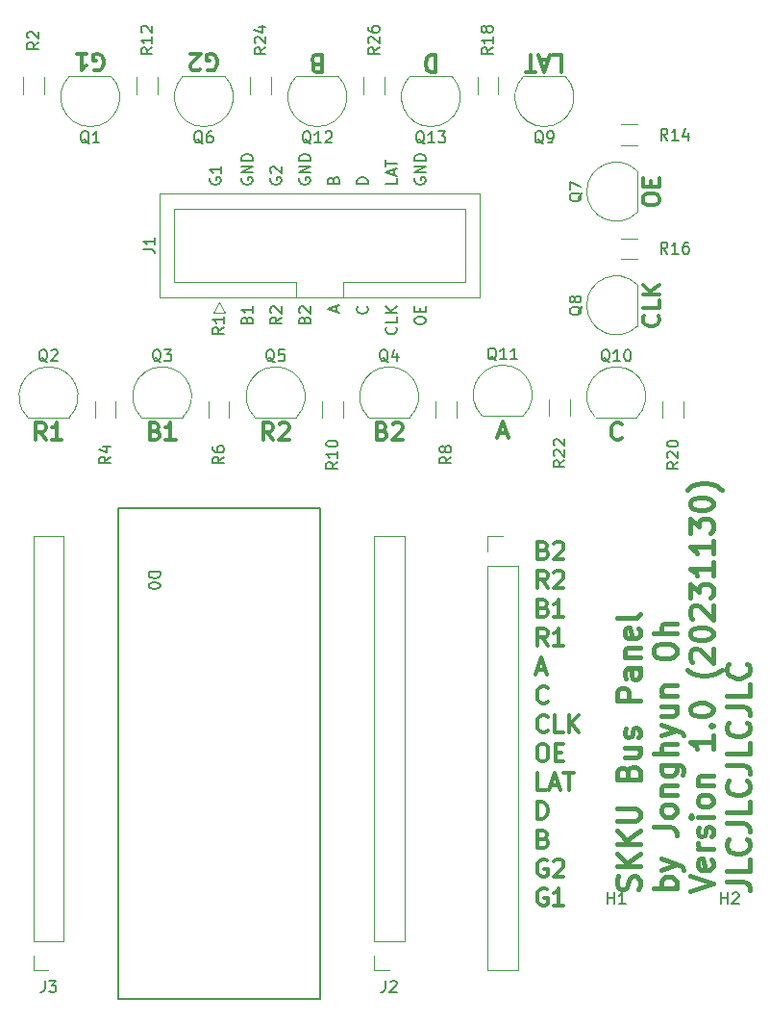
<source format=gbr>
%TF.GenerationSoftware,KiCad,Pcbnew,7.0.6*%
%TF.CreationDate,2023-12-03T11:12:56+09:00*%
%TF.ProjectId,skku-bus,736b6b75-2d62-4757-932e-6b696361645f,rev?*%
%TF.SameCoordinates,Original*%
%TF.FileFunction,Legend,Top*%
%TF.FilePolarity,Positive*%
%FSLAX46Y46*%
G04 Gerber Fmt 4.6, Leading zero omitted, Abs format (unit mm)*
G04 Created by KiCad (PCBNEW 7.0.6) date 2023-12-03 11:12:56*
%MOMM*%
%LPD*%
G01*
G04 APERTURE LIST*
%ADD10C,0.400000*%
%ADD11C,0.150000*%
%ADD12C,0.300000*%
%ADD13C,0.120000*%
G04 APERTURE END LIST*
D10*
X136979200Y-140355890D02*
X137074438Y-140070176D01*
X137074438Y-140070176D02*
X137074438Y-139593985D01*
X137074438Y-139593985D02*
X136979200Y-139403509D01*
X136979200Y-139403509D02*
X136883961Y-139308271D01*
X136883961Y-139308271D02*
X136693485Y-139213033D01*
X136693485Y-139213033D02*
X136503009Y-139213033D01*
X136503009Y-139213033D02*
X136312533Y-139308271D01*
X136312533Y-139308271D02*
X136217295Y-139403509D01*
X136217295Y-139403509D02*
X136122057Y-139593985D01*
X136122057Y-139593985D02*
X136026819Y-139974938D01*
X136026819Y-139974938D02*
X135931580Y-140165414D01*
X135931580Y-140165414D02*
X135836342Y-140260652D01*
X135836342Y-140260652D02*
X135645866Y-140355890D01*
X135645866Y-140355890D02*
X135455390Y-140355890D01*
X135455390Y-140355890D02*
X135264914Y-140260652D01*
X135264914Y-140260652D02*
X135169676Y-140165414D01*
X135169676Y-140165414D02*
X135074438Y-139974938D01*
X135074438Y-139974938D02*
X135074438Y-139498747D01*
X135074438Y-139498747D02*
X135169676Y-139213033D01*
X137074438Y-138355890D02*
X135074438Y-138355890D01*
X137074438Y-137213033D02*
X135931580Y-138070176D01*
X135074438Y-137213033D02*
X136217295Y-138355890D01*
X137074438Y-136355890D02*
X135074438Y-136355890D01*
X137074438Y-135213033D02*
X135931580Y-136070176D01*
X135074438Y-135213033D02*
X136217295Y-136355890D01*
X135074438Y-134355890D02*
X136693485Y-134355890D01*
X136693485Y-134355890D02*
X136883961Y-134260652D01*
X136883961Y-134260652D02*
X136979200Y-134165414D01*
X136979200Y-134165414D02*
X137074438Y-133974938D01*
X137074438Y-133974938D02*
X137074438Y-133593985D01*
X137074438Y-133593985D02*
X136979200Y-133403509D01*
X136979200Y-133403509D02*
X136883961Y-133308271D01*
X136883961Y-133308271D02*
X136693485Y-133213033D01*
X136693485Y-133213033D02*
X135074438Y-133213033D01*
X136026819Y-130070175D02*
X136122057Y-129784461D01*
X136122057Y-129784461D02*
X136217295Y-129689223D01*
X136217295Y-129689223D02*
X136407771Y-129593985D01*
X136407771Y-129593985D02*
X136693485Y-129593985D01*
X136693485Y-129593985D02*
X136883961Y-129689223D01*
X136883961Y-129689223D02*
X136979200Y-129784461D01*
X136979200Y-129784461D02*
X137074438Y-129974937D01*
X137074438Y-129974937D02*
X137074438Y-130736842D01*
X137074438Y-130736842D02*
X135074438Y-130736842D01*
X135074438Y-130736842D02*
X135074438Y-130070175D01*
X135074438Y-130070175D02*
X135169676Y-129879699D01*
X135169676Y-129879699D02*
X135264914Y-129784461D01*
X135264914Y-129784461D02*
X135455390Y-129689223D01*
X135455390Y-129689223D02*
X135645866Y-129689223D01*
X135645866Y-129689223D02*
X135836342Y-129784461D01*
X135836342Y-129784461D02*
X135931580Y-129879699D01*
X135931580Y-129879699D02*
X136026819Y-130070175D01*
X136026819Y-130070175D02*
X136026819Y-130736842D01*
X135741104Y-127879699D02*
X137074438Y-127879699D01*
X135741104Y-128736842D02*
X136788723Y-128736842D01*
X136788723Y-128736842D02*
X136979200Y-128641604D01*
X136979200Y-128641604D02*
X137074438Y-128451128D01*
X137074438Y-128451128D02*
X137074438Y-128165413D01*
X137074438Y-128165413D02*
X136979200Y-127974937D01*
X136979200Y-127974937D02*
X136883961Y-127879699D01*
X136979200Y-127022556D02*
X137074438Y-126832080D01*
X137074438Y-126832080D02*
X137074438Y-126451128D01*
X137074438Y-126451128D02*
X136979200Y-126260651D01*
X136979200Y-126260651D02*
X136788723Y-126165413D01*
X136788723Y-126165413D02*
X136693485Y-126165413D01*
X136693485Y-126165413D02*
X136503009Y-126260651D01*
X136503009Y-126260651D02*
X136407771Y-126451128D01*
X136407771Y-126451128D02*
X136407771Y-126736842D01*
X136407771Y-126736842D02*
X136312533Y-126927318D01*
X136312533Y-126927318D02*
X136122057Y-127022556D01*
X136122057Y-127022556D02*
X136026819Y-127022556D01*
X136026819Y-127022556D02*
X135836342Y-126927318D01*
X135836342Y-126927318D02*
X135741104Y-126736842D01*
X135741104Y-126736842D02*
X135741104Y-126451128D01*
X135741104Y-126451128D02*
X135836342Y-126260651D01*
X137074438Y-123784460D02*
X135074438Y-123784460D01*
X135074438Y-123784460D02*
X135074438Y-123022555D01*
X135074438Y-123022555D02*
X135169676Y-122832079D01*
X135169676Y-122832079D02*
X135264914Y-122736841D01*
X135264914Y-122736841D02*
X135455390Y-122641603D01*
X135455390Y-122641603D02*
X135741104Y-122641603D01*
X135741104Y-122641603D02*
X135931580Y-122736841D01*
X135931580Y-122736841D02*
X136026819Y-122832079D01*
X136026819Y-122832079D02*
X136122057Y-123022555D01*
X136122057Y-123022555D02*
X136122057Y-123784460D01*
X137074438Y-120927317D02*
X136026819Y-120927317D01*
X136026819Y-120927317D02*
X135836342Y-121022555D01*
X135836342Y-121022555D02*
X135741104Y-121213031D01*
X135741104Y-121213031D02*
X135741104Y-121593984D01*
X135741104Y-121593984D02*
X135836342Y-121784460D01*
X136979200Y-120927317D02*
X137074438Y-121117793D01*
X137074438Y-121117793D02*
X137074438Y-121593984D01*
X137074438Y-121593984D02*
X136979200Y-121784460D01*
X136979200Y-121784460D02*
X136788723Y-121879698D01*
X136788723Y-121879698D02*
X136598247Y-121879698D01*
X136598247Y-121879698D02*
X136407771Y-121784460D01*
X136407771Y-121784460D02*
X136312533Y-121593984D01*
X136312533Y-121593984D02*
X136312533Y-121117793D01*
X136312533Y-121117793D02*
X136217295Y-120927317D01*
X135741104Y-119974936D02*
X137074438Y-119974936D01*
X135931580Y-119974936D02*
X135836342Y-119879698D01*
X135836342Y-119879698D02*
X135741104Y-119689222D01*
X135741104Y-119689222D02*
X135741104Y-119403507D01*
X135741104Y-119403507D02*
X135836342Y-119213031D01*
X135836342Y-119213031D02*
X136026819Y-119117793D01*
X136026819Y-119117793D02*
X137074438Y-119117793D01*
X136979200Y-117403507D02*
X137074438Y-117593983D01*
X137074438Y-117593983D02*
X137074438Y-117974936D01*
X137074438Y-117974936D02*
X136979200Y-118165412D01*
X136979200Y-118165412D02*
X136788723Y-118260650D01*
X136788723Y-118260650D02*
X136026819Y-118260650D01*
X136026819Y-118260650D02*
X135836342Y-118165412D01*
X135836342Y-118165412D02*
X135741104Y-117974936D01*
X135741104Y-117974936D02*
X135741104Y-117593983D01*
X135741104Y-117593983D02*
X135836342Y-117403507D01*
X135836342Y-117403507D02*
X136026819Y-117308269D01*
X136026819Y-117308269D02*
X136217295Y-117308269D01*
X136217295Y-117308269D02*
X136407771Y-118260650D01*
X137074438Y-116165412D02*
X136979200Y-116355888D01*
X136979200Y-116355888D02*
X136788723Y-116451126D01*
X136788723Y-116451126D02*
X135074438Y-116451126D01*
X140294438Y-140260652D02*
X138294438Y-140260652D01*
X139056342Y-140260652D02*
X138961104Y-140070176D01*
X138961104Y-140070176D02*
X138961104Y-139689223D01*
X138961104Y-139689223D02*
X139056342Y-139498747D01*
X139056342Y-139498747D02*
X139151580Y-139403509D01*
X139151580Y-139403509D02*
X139342057Y-139308271D01*
X139342057Y-139308271D02*
X139913485Y-139308271D01*
X139913485Y-139308271D02*
X140103961Y-139403509D01*
X140103961Y-139403509D02*
X140199200Y-139498747D01*
X140199200Y-139498747D02*
X140294438Y-139689223D01*
X140294438Y-139689223D02*
X140294438Y-140070176D01*
X140294438Y-140070176D02*
X140199200Y-140260652D01*
X138961104Y-138641604D02*
X140294438Y-138165414D01*
X138961104Y-137689223D02*
X140294438Y-138165414D01*
X140294438Y-138165414D02*
X140770628Y-138355890D01*
X140770628Y-138355890D02*
X140865866Y-138451128D01*
X140865866Y-138451128D02*
X140961104Y-138641604D01*
X138294438Y-134832079D02*
X139723009Y-134832079D01*
X139723009Y-134832079D02*
X140008723Y-134927318D01*
X140008723Y-134927318D02*
X140199200Y-135117794D01*
X140199200Y-135117794D02*
X140294438Y-135403508D01*
X140294438Y-135403508D02*
X140294438Y-135593984D01*
X140294438Y-133593984D02*
X140199200Y-133784460D01*
X140199200Y-133784460D02*
X140103961Y-133879698D01*
X140103961Y-133879698D02*
X139913485Y-133974936D01*
X139913485Y-133974936D02*
X139342057Y-133974936D01*
X139342057Y-133974936D02*
X139151580Y-133879698D01*
X139151580Y-133879698D02*
X139056342Y-133784460D01*
X139056342Y-133784460D02*
X138961104Y-133593984D01*
X138961104Y-133593984D02*
X138961104Y-133308269D01*
X138961104Y-133308269D02*
X139056342Y-133117793D01*
X139056342Y-133117793D02*
X139151580Y-133022555D01*
X139151580Y-133022555D02*
X139342057Y-132927317D01*
X139342057Y-132927317D02*
X139913485Y-132927317D01*
X139913485Y-132927317D02*
X140103961Y-133022555D01*
X140103961Y-133022555D02*
X140199200Y-133117793D01*
X140199200Y-133117793D02*
X140294438Y-133308269D01*
X140294438Y-133308269D02*
X140294438Y-133593984D01*
X138961104Y-132070174D02*
X140294438Y-132070174D01*
X139151580Y-132070174D02*
X139056342Y-131974936D01*
X139056342Y-131974936D02*
X138961104Y-131784460D01*
X138961104Y-131784460D02*
X138961104Y-131498745D01*
X138961104Y-131498745D02*
X139056342Y-131308269D01*
X139056342Y-131308269D02*
X139246819Y-131213031D01*
X139246819Y-131213031D02*
X140294438Y-131213031D01*
X138961104Y-129403507D02*
X140580152Y-129403507D01*
X140580152Y-129403507D02*
X140770628Y-129498745D01*
X140770628Y-129498745D02*
X140865866Y-129593983D01*
X140865866Y-129593983D02*
X140961104Y-129784460D01*
X140961104Y-129784460D02*
X140961104Y-130070174D01*
X140961104Y-130070174D02*
X140865866Y-130260650D01*
X140199200Y-129403507D02*
X140294438Y-129593983D01*
X140294438Y-129593983D02*
X140294438Y-129974936D01*
X140294438Y-129974936D02*
X140199200Y-130165412D01*
X140199200Y-130165412D02*
X140103961Y-130260650D01*
X140103961Y-130260650D02*
X139913485Y-130355888D01*
X139913485Y-130355888D02*
X139342057Y-130355888D01*
X139342057Y-130355888D02*
X139151580Y-130260650D01*
X139151580Y-130260650D02*
X139056342Y-130165412D01*
X139056342Y-130165412D02*
X138961104Y-129974936D01*
X138961104Y-129974936D02*
X138961104Y-129593983D01*
X138961104Y-129593983D02*
X139056342Y-129403507D01*
X140294438Y-128451126D02*
X138294438Y-128451126D01*
X140294438Y-127593983D02*
X139246819Y-127593983D01*
X139246819Y-127593983D02*
X139056342Y-127689221D01*
X139056342Y-127689221D02*
X138961104Y-127879697D01*
X138961104Y-127879697D02*
X138961104Y-128165412D01*
X138961104Y-128165412D02*
X139056342Y-128355888D01*
X139056342Y-128355888D02*
X139151580Y-128451126D01*
X138961104Y-126832078D02*
X140294438Y-126355888D01*
X138961104Y-125879697D02*
X140294438Y-126355888D01*
X140294438Y-126355888D02*
X140770628Y-126546364D01*
X140770628Y-126546364D02*
X140865866Y-126641602D01*
X140865866Y-126641602D02*
X140961104Y-126832078D01*
X138961104Y-124260649D02*
X140294438Y-124260649D01*
X138961104Y-125117792D02*
X140008723Y-125117792D01*
X140008723Y-125117792D02*
X140199200Y-125022554D01*
X140199200Y-125022554D02*
X140294438Y-124832078D01*
X140294438Y-124832078D02*
X140294438Y-124546363D01*
X140294438Y-124546363D02*
X140199200Y-124355887D01*
X140199200Y-124355887D02*
X140103961Y-124260649D01*
X138961104Y-123308268D02*
X140294438Y-123308268D01*
X139151580Y-123308268D02*
X139056342Y-123213030D01*
X139056342Y-123213030D02*
X138961104Y-123022554D01*
X138961104Y-123022554D02*
X138961104Y-122736839D01*
X138961104Y-122736839D02*
X139056342Y-122546363D01*
X139056342Y-122546363D02*
X139246819Y-122451125D01*
X139246819Y-122451125D02*
X140294438Y-122451125D01*
X138294438Y-119593982D02*
X138294438Y-119213029D01*
X138294438Y-119213029D02*
X138389676Y-119022553D01*
X138389676Y-119022553D02*
X138580152Y-118832077D01*
X138580152Y-118832077D02*
X138961104Y-118736839D01*
X138961104Y-118736839D02*
X139627771Y-118736839D01*
X139627771Y-118736839D02*
X140008723Y-118832077D01*
X140008723Y-118832077D02*
X140199200Y-119022553D01*
X140199200Y-119022553D02*
X140294438Y-119213029D01*
X140294438Y-119213029D02*
X140294438Y-119593982D01*
X140294438Y-119593982D02*
X140199200Y-119784458D01*
X140199200Y-119784458D02*
X140008723Y-119974934D01*
X140008723Y-119974934D02*
X139627771Y-120070172D01*
X139627771Y-120070172D02*
X138961104Y-120070172D01*
X138961104Y-120070172D02*
X138580152Y-119974934D01*
X138580152Y-119974934D02*
X138389676Y-119784458D01*
X138389676Y-119784458D02*
X138294438Y-119593982D01*
X140294438Y-117879696D02*
X138294438Y-117879696D01*
X140294438Y-117022553D02*
X139246819Y-117022553D01*
X139246819Y-117022553D02*
X139056342Y-117117791D01*
X139056342Y-117117791D02*
X138961104Y-117308267D01*
X138961104Y-117308267D02*
X138961104Y-117593982D01*
X138961104Y-117593982D02*
X139056342Y-117784458D01*
X139056342Y-117784458D02*
X139151580Y-117879696D01*
X141514438Y-140546366D02*
X143514438Y-139879700D01*
X143514438Y-139879700D02*
X141514438Y-139213033D01*
X143419200Y-137784461D02*
X143514438Y-137974937D01*
X143514438Y-137974937D02*
X143514438Y-138355890D01*
X143514438Y-138355890D02*
X143419200Y-138546366D01*
X143419200Y-138546366D02*
X143228723Y-138641604D01*
X143228723Y-138641604D02*
X142466819Y-138641604D01*
X142466819Y-138641604D02*
X142276342Y-138546366D01*
X142276342Y-138546366D02*
X142181104Y-138355890D01*
X142181104Y-138355890D02*
X142181104Y-137974937D01*
X142181104Y-137974937D02*
X142276342Y-137784461D01*
X142276342Y-137784461D02*
X142466819Y-137689223D01*
X142466819Y-137689223D02*
X142657295Y-137689223D01*
X142657295Y-137689223D02*
X142847771Y-138641604D01*
X143514438Y-136832080D02*
X142181104Y-136832080D01*
X142562057Y-136832080D02*
X142371580Y-136736842D01*
X142371580Y-136736842D02*
X142276342Y-136641604D01*
X142276342Y-136641604D02*
X142181104Y-136451128D01*
X142181104Y-136451128D02*
X142181104Y-136260651D01*
X143419200Y-135689223D02*
X143514438Y-135498747D01*
X143514438Y-135498747D02*
X143514438Y-135117795D01*
X143514438Y-135117795D02*
X143419200Y-134927318D01*
X143419200Y-134927318D02*
X143228723Y-134832080D01*
X143228723Y-134832080D02*
X143133485Y-134832080D01*
X143133485Y-134832080D02*
X142943009Y-134927318D01*
X142943009Y-134927318D02*
X142847771Y-135117795D01*
X142847771Y-135117795D02*
X142847771Y-135403509D01*
X142847771Y-135403509D02*
X142752533Y-135593985D01*
X142752533Y-135593985D02*
X142562057Y-135689223D01*
X142562057Y-135689223D02*
X142466819Y-135689223D01*
X142466819Y-135689223D02*
X142276342Y-135593985D01*
X142276342Y-135593985D02*
X142181104Y-135403509D01*
X142181104Y-135403509D02*
X142181104Y-135117795D01*
X142181104Y-135117795D02*
X142276342Y-134927318D01*
X143514438Y-133974937D02*
X142181104Y-133974937D01*
X141514438Y-133974937D02*
X141609676Y-134070175D01*
X141609676Y-134070175D02*
X141704914Y-133974937D01*
X141704914Y-133974937D02*
X141609676Y-133879699D01*
X141609676Y-133879699D02*
X141514438Y-133974937D01*
X141514438Y-133974937D02*
X141704914Y-133974937D01*
X143514438Y-132736842D02*
X143419200Y-132927318D01*
X143419200Y-132927318D02*
X143323961Y-133022556D01*
X143323961Y-133022556D02*
X143133485Y-133117794D01*
X143133485Y-133117794D02*
X142562057Y-133117794D01*
X142562057Y-133117794D02*
X142371580Y-133022556D01*
X142371580Y-133022556D02*
X142276342Y-132927318D01*
X142276342Y-132927318D02*
X142181104Y-132736842D01*
X142181104Y-132736842D02*
X142181104Y-132451127D01*
X142181104Y-132451127D02*
X142276342Y-132260651D01*
X142276342Y-132260651D02*
X142371580Y-132165413D01*
X142371580Y-132165413D02*
X142562057Y-132070175D01*
X142562057Y-132070175D02*
X143133485Y-132070175D01*
X143133485Y-132070175D02*
X143323961Y-132165413D01*
X143323961Y-132165413D02*
X143419200Y-132260651D01*
X143419200Y-132260651D02*
X143514438Y-132451127D01*
X143514438Y-132451127D02*
X143514438Y-132736842D01*
X142181104Y-131213032D02*
X143514438Y-131213032D01*
X142371580Y-131213032D02*
X142276342Y-131117794D01*
X142276342Y-131117794D02*
X142181104Y-130927318D01*
X142181104Y-130927318D02*
X142181104Y-130641603D01*
X142181104Y-130641603D02*
X142276342Y-130451127D01*
X142276342Y-130451127D02*
X142466819Y-130355889D01*
X142466819Y-130355889D02*
X143514438Y-130355889D01*
X143514438Y-126832079D02*
X143514438Y-127974936D01*
X143514438Y-127403508D02*
X141514438Y-127403508D01*
X141514438Y-127403508D02*
X141800152Y-127593984D01*
X141800152Y-127593984D02*
X141990628Y-127784460D01*
X141990628Y-127784460D02*
X142085866Y-127974936D01*
X143323961Y-125974936D02*
X143419200Y-125879698D01*
X143419200Y-125879698D02*
X143514438Y-125974936D01*
X143514438Y-125974936D02*
X143419200Y-126070174D01*
X143419200Y-126070174D02*
X143323961Y-125974936D01*
X143323961Y-125974936D02*
X143514438Y-125974936D01*
X141514438Y-124641603D02*
X141514438Y-124451126D01*
X141514438Y-124451126D02*
X141609676Y-124260650D01*
X141609676Y-124260650D02*
X141704914Y-124165412D01*
X141704914Y-124165412D02*
X141895390Y-124070174D01*
X141895390Y-124070174D02*
X142276342Y-123974936D01*
X142276342Y-123974936D02*
X142752533Y-123974936D01*
X142752533Y-123974936D02*
X143133485Y-124070174D01*
X143133485Y-124070174D02*
X143323961Y-124165412D01*
X143323961Y-124165412D02*
X143419200Y-124260650D01*
X143419200Y-124260650D02*
X143514438Y-124451126D01*
X143514438Y-124451126D02*
X143514438Y-124641603D01*
X143514438Y-124641603D02*
X143419200Y-124832079D01*
X143419200Y-124832079D02*
X143323961Y-124927317D01*
X143323961Y-124927317D02*
X143133485Y-125022555D01*
X143133485Y-125022555D02*
X142752533Y-125117793D01*
X142752533Y-125117793D02*
X142276342Y-125117793D01*
X142276342Y-125117793D02*
X141895390Y-125022555D01*
X141895390Y-125022555D02*
X141704914Y-124927317D01*
X141704914Y-124927317D02*
X141609676Y-124832079D01*
X141609676Y-124832079D02*
X141514438Y-124641603D01*
X144276342Y-121022554D02*
X144181104Y-121117793D01*
X144181104Y-121117793D02*
X143895390Y-121308269D01*
X143895390Y-121308269D02*
X143704914Y-121403507D01*
X143704914Y-121403507D02*
X143419200Y-121498745D01*
X143419200Y-121498745D02*
X142943009Y-121593983D01*
X142943009Y-121593983D02*
X142562057Y-121593983D01*
X142562057Y-121593983D02*
X142085866Y-121498745D01*
X142085866Y-121498745D02*
X141800152Y-121403507D01*
X141800152Y-121403507D02*
X141609676Y-121308269D01*
X141609676Y-121308269D02*
X141323961Y-121117793D01*
X141323961Y-121117793D02*
X141228723Y-121022554D01*
X141704914Y-120355888D02*
X141609676Y-120260650D01*
X141609676Y-120260650D02*
X141514438Y-120070174D01*
X141514438Y-120070174D02*
X141514438Y-119593983D01*
X141514438Y-119593983D02*
X141609676Y-119403507D01*
X141609676Y-119403507D02*
X141704914Y-119308269D01*
X141704914Y-119308269D02*
X141895390Y-119213031D01*
X141895390Y-119213031D02*
X142085866Y-119213031D01*
X142085866Y-119213031D02*
X142371580Y-119308269D01*
X142371580Y-119308269D02*
X143514438Y-120451126D01*
X143514438Y-120451126D02*
X143514438Y-119213031D01*
X141514438Y-117974936D02*
X141514438Y-117784459D01*
X141514438Y-117784459D02*
X141609676Y-117593983D01*
X141609676Y-117593983D02*
X141704914Y-117498745D01*
X141704914Y-117498745D02*
X141895390Y-117403507D01*
X141895390Y-117403507D02*
X142276342Y-117308269D01*
X142276342Y-117308269D02*
X142752533Y-117308269D01*
X142752533Y-117308269D02*
X143133485Y-117403507D01*
X143133485Y-117403507D02*
X143323961Y-117498745D01*
X143323961Y-117498745D02*
X143419200Y-117593983D01*
X143419200Y-117593983D02*
X143514438Y-117784459D01*
X143514438Y-117784459D02*
X143514438Y-117974936D01*
X143514438Y-117974936D02*
X143419200Y-118165412D01*
X143419200Y-118165412D02*
X143323961Y-118260650D01*
X143323961Y-118260650D02*
X143133485Y-118355888D01*
X143133485Y-118355888D02*
X142752533Y-118451126D01*
X142752533Y-118451126D02*
X142276342Y-118451126D01*
X142276342Y-118451126D02*
X141895390Y-118355888D01*
X141895390Y-118355888D02*
X141704914Y-118260650D01*
X141704914Y-118260650D02*
X141609676Y-118165412D01*
X141609676Y-118165412D02*
X141514438Y-117974936D01*
X141704914Y-116546364D02*
X141609676Y-116451126D01*
X141609676Y-116451126D02*
X141514438Y-116260650D01*
X141514438Y-116260650D02*
X141514438Y-115784459D01*
X141514438Y-115784459D02*
X141609676Y-115593983D01*
X141609676Y-115593983D02*
X141704914Y-115498745D01*
X141704914Y-115498745D02*
X141895390Y-115403507D01*
X141895390Y-115403507D02*
X142085866Y-115403507D01*
X142085866Y-115403507D02*
X142371580Y-115498745D01*
X142371580Y-115498745D02*
X143514438Y-116641602D01*
X143514438Y-116641602D02*
X143514438Y-115403507D01*
X141514438Y-114736840D02*
X141514438Y-113498745D01*
X141514438Y-113498745D02*
X142276342Y-114165412D01*
X142276342Y-114165412D02*
X142276342Y-113879697D01*
X142276342Y-113879697D02*
X142371580Y-113689221D01*
X142371580Y-113689221D02*
X142466819Y-113593983D01*
X142466819Y-113593983D02*
X142657295Y-113498745D01*
X142657295Y-113498745D02*
X143133485Y-113498745D01*
X143133485Y-113498745D02*
X143323961Y-113593983D01*
X143323961Y-113593983D02*
X143419200Y-113689221D01*
X143419200Y-113689221D02*
X143514438Y-113879697D01*
X143514438Y-113879697D02*
X143514438Y-114451126D01*
X143514438Y-114451126D02*
X143419200Y-114641602D01*
X143419200Y-114641602D02*
X143323961Y-114736840D01*
X143514438Y-111593983D02*
X143514438Y-112736840D01*
X143514438Y-112165412D02*
X141514438Y-112165412D01*
X141514438Y-112165412D02*
X141800152Y-112355888D01*
X141800152Y-112355888D02*
X141990628Y-112546364D01*
X141990628Y-112546364D02*
X142085866Y-112736840D01*
X143514438Y-109689221D02*
X143514438Y-110832078D01*
X143514438Y-110260650D02*
X141514438Y-110260650D01*
X141514438Y-110260650D02*
X141800152Y-110451126D01*
X141800152Y-110451126D02*
X141990628Y-110641602D01*
X141990628Y-110641602D02*
X142085866Y-110832078D01*
X141514438Y-109022554D02*
X141514438Y-107784459D01*
X141514438Y-107784459D02*
X142276342Y-108451126D01*
X142276342Y-108451126D02*
X142276342Y-108165411D01*
X142276342Y-108165411D02*
X142371580Y-107974935D01*
X142371580Y-107974935D02*
X142466819Y-107879697D01*
X142466819Y-107879697D02*
X142657295Y-107784459D01*
X142657295Y-107784459D02*
X143133485Y-107784459D01*
X143133485Y-107784459D02*
X143323961Y-107879697D01*
X143323961Y-107879697D02*
X143419200Y-107974935D01*
X143419200Y-107974935D02*
X143514438Y-108165411D01*
X143514438Y-108165411D02*
X143514438Y-108736840D01*
X143514438Y-108736840D02*
X143419200Y-108927316D01*
X143419200Y-108927316D02*
X143323961Y-109022554D01*
X141514438Y-106546364D02*
X141514438Y-106355887D01*
X141514438Y-106355887D02*
X141609676Y-106165411D01*
X141609676Y-106165411D02*
X141704914Y-106070173D01*
X141704914Y-106070173D02*
X141895390Y-105974935D01*
X141895390Y-105974935D02*
X142276342Y-105879697D01*
X142276342Y-105879697D02*
X142752533Y-105879697D01*
X142752533Y-105879697D02*
X143133485Y-105974935D01*
X143133485Y-105974935D02*
X143323961Y-106070173D01*
X143323961Y-106070173D02*
X143419200Y-106165411D01*
X143419200Y-106165411D02*
X143514438Y-106355887D01*
X143514438Y-106355887D02*
X143514438Y-106546364D01*
X143514438Y-106546364D02*
X143419200Y-106736840D01*
X143419200Y-106736840D02*
X143323961Y-106832078D01*
X143323961Y-106832078D02*
X143133485Y-106927316D01*
X143133485Y-106927316D02*
X142752533Y-107022554D01*
X142752533Y-107022554D02*
X142276342Y-107022554D01*
X142276342Y-107022554D02*
X141895390Y-106927316D01*
X141895390Y-106927316D02*
X141704914Y-106832078D01*
X141704914Y-106832078D02*
X141609676Y-106736840D01*
X141609676Y-106736840D02*
X141514438Y-106546364D01*
X144276342Y-105213030D02*
X144181104Y-105117792D01*
X144181104Y-105117792D02*
X143895390Y-104927316D01*
X143895390Y-104927316D02*
X143704914Y-104832078D01*
X143704914Y-104832078D02*
X143419200Y-104736840D01*
X143419200Y-104736840D02*
X142943009Y-104641602D01*
X142943009Y-104641602D02*
X142562057Y-104641602D01*
X142562057Y-104641602D02*
X142085866Y-104736840D01*
X142085866Y-104736840D02*
X141800152Y-104832078D01*
X141800152Y-104832078D02*
X141609676Y-104927316D01*
X141609676Y-104927316D02*
X141323961Y-105117792D01*
X141323961Y-105117792D02*
X141228723Y-105213030D01*
X144734438Y-139689223D02*
X146163009Y-139689223D01*
X146163009Y-139689223D02*
X146448723Y-139784462D01*
X146448723Y-139784462D02*
X146639200Y-139974938D01*
X146639200Y-139974938D02*
X146734438Y-140260652D01*
X146734438Y-140260652D02*
X146734438Y-140451128D01*
X146734438Y-137784461D02*
X146734438Y-138736842D01*
X146734438Y-138736842D02*
X144734438Y-138736842D01*
X146543961Y-135974937D02*
X146639200Y-136070175D01*
X146639200Y-136070175D02*
X146734438Y-136355889D01*
X146734438Y-136355889D02*
X146734438Y-136546365D01*
X146734438Y-136546365D02*
X146639200Y-136832080D01*
X146639200Y-136832080D02*
X146448723Y-137022556D01*
X146448723Y-137022556D02*
X146258247Y-137117794D01*
X146258247Y-137117794D02*
X145877295Y-137213032D01*
X145877295Y-137213032D02*
X145591580Y-137213032D01*
X145591580Y-137213032D02*
X145210628Y-137117794D01*
X145210628Y-137117794D02*
X145020152Y-137022556D01*
X145020152Y-137022556D02*
X144829676Y-136832080D01*
X144829676Y-136832080D02*
X144734438Y-136546365D01*
X144734438Y-136546365D02*
X144734438Y-136355889D01*
X144734438Y-136355889D02*
X144829676Y-136070175D01*
X144829676Y-136070175D02*
X144924914Y-135974937D01*
X144734438Y-134546365D02*
X146163009Y-134546365D01*
X146163009Y-134546365D02*
X146448723Y-134641604D01*
X146448723Y-134641604D02*
X146639200Y-134832080D01*
X146639200Y-134832080D02*
X146734438Y-135117794D01*
X146734438Y-135117794D02*
X146734438Y-135308270D01*
X146734438Y-132641603D02*
X146734438Y-133593984D01*
X146734438Y-133593984D02*
X144734438Y-133593984D01*
X146543961Y-130832079D02*
X146639200Y-130927317D01*
X146639200Y-130927317D02*
X146734438Y-131213031D01*
X146734438Y-131213031D02*
X146734438Y-131403507D01*
X146734438Y-131403507D02*
X146639200Y-131689222D01*
X146639200Y-131689222D02*
X146448723Y-131879698D01*
X146448723Y-131879698D02*
X146258247Y-131974936D01*
X146258247Y-131974936D02*
X145877295Y-132070174D01*
X145877295Y-132070174D02*
X145591580Y-132070174D01*
X145591580Y-132070174D02*
X145210628Y-131974936D01*
X145210628Y-131974936D02*
X145020152Y-131879698D01*
X145020152Y-131879698D02*
X144829676Y-131689222D01*
X144829676Y-131689222D02*
X144734438Y-131403507D01*
X144734438Y-131403507D02*
X144734438Y-131213031D01*
X144734438Y-131213031D02*
X144829676Y-130927317D01*
X144829676Y-130927317D02*
X144924914Y-130832079D01*
X144734438Y-129403507D02*
X146163009Y-129403507D01*
X146163009Y-129403507D02*
X146448723Y-129498746D01*
X146448723Y-129498746D02*
X146639200Y-129689222D01*
X146639200Y-129689222D02*
X146734438Y-129974936D01*
X146734438Y-129974936D02*
X146734438Y-130165412D01*
X146734438Y-127498745D02*
X146734438Y-128451126D01*
X146734438Y-128451126D02*
X144734438Y-128451126D01*
X146543961Y-125689221D02*
X146639200Y-125784459D01*
X146639200Y-125784459D02*
X146734438Y-126070173D01*
X146734438Y-126070173D02*
X146734438Y-126260649D01*
X146734438Y-126260649D02*
X146639200Y-126546364D01*
X146639200Y-126546364D02*
X146448723Y-126736840D01*
X146448723Y-126736840D02*
X146258247Y-126832078D01*
X146258247Y-126832078D02*
X145877295Y-126927316D01*
X145877295Y-126927316D02*
X145591580Y-126927316D01*
X145591580Y-126927316D02*
X145210628Y-126832078D01*
X145210628Y-126832078D02*
X145020152Y-126736840D01*
X145020152Y-126736840D02*
X144829676Y-126546364D01*
X144829676Y-126546364D02*
X144734438Y-126260649D01*
X144734438Y-126260649D02*
X144734438Y-126070173D01*
X144734438Y-126070173D02*
X144829676Y-125784459D01*
X144829676Y-125784459D02*
X144924914Y-125689221D01*
X144734438Y-124260649D02*
X146163009Y-124260649D01*
X146163009Y-124260649D02*
X146448723Y-124355888D01*
X146448723Y-124355888D02*
X146639200Y-124546364D01*
X146639200Y-124546364D02*
X146734438Y-124832078D01*
X146734438Y-124832078D02*
X146734438Y-125022554D01*
X146734438Y-122355887D02*
X146734438Y-123308268D01*
X146734438Y-123308268D02*
X144734438Y-123308268D01*
X146543961Y-120546363D02*
X146639200Y-120641601D01*
X146639200Y-120641601D02*
X146734438Y-120927315D01*
X146734438Y-120927315D02*
X146734438Y-121117791D01*
X146734438Y-121117791D02*
X146639200Y-121403506D01*
X146639200Y-121403506D02*
X146448723Y-121593982D01*
X146448723Y-121593982D02*
X146258247Y-121689220D01*
X146258247Y-121689220D02*
X145877295Y-121784458D01*
X145877295Y-121784458D02*
X145591580Y-121784458D01*
X145591580Y-121784458D02*
X145210628Y-121689220D01*
X145210628Y-121689220D02*
X145020152Y-121593982D01*
X145020152Y-121593982D02*
X144829676Y-121403506D01*
X144829676Y-121403506D02*
X144734438Y-121117791D01*
X144734438Y-121117791D02*
X144734438Y-120927315D01*
X144734438Y-120927315D02*
X144829676Y-120641601D01*
X144829676Y-120641601D02*
X144924914Y-120546363D01*
D11*
X117234819Y-90432493D02*
X117234819Y-90242017D01*
X117234819Y-90242017D02*
X117282438Y-90146779D01*
X117282438Y-90146779D02*
X117377676Y-90051541D01*
X117377676Y-90051541D02*
X117568152Y-90003922D01*
X117568152Y-90003922D02*
X117901485Y-90003922D01*
X117901485Y-90003922D02*
X118091961Y-90051541D01*
X118091961Y-90051541D02*
X118187200Y-90146779D01*
X118187200Y-90146779D02*
X118234819Y-90242017D01*
X118234819Y-90242017D02*
X118234819Y-90432493D01*
X118234819Y-90432493D02*
X118187200Y-90527731D01*
X118187200Y-90527731D02*
X118091961Y-90622969D01*
X118091961Y-90622969D02*
X117901485Y-90670588D01*
X117901485Y-90670588D02*
X117568152Y-90670588D01*
X117568152Y-90670588D02*
X117377676Y-90622969D01*
X117377676Y-90622969D02*
X117282438Y-90527731D01*
X117282438Y-90527731D02*
X117234819Y-90432493D01*
X117711009Y-89575350D02*
X117711009Y-89242017D01*
X118234819Y-89099160D02*
X118234819Y-89575350D01*
X118234819Y-89575350D02*
X117234819Y-89575350D01*
X117234819Y-89575350D02*
X117234819Y-89099160D01*
X115599580Y-90908684D02*
X115647200Y-90956303D01*
X115647200Y-90956303D02*
X115694819Y-91099160D01*
X115694819Y-91099160D02*
X115694819Y-91194398D01*
X115694819Y-91194398D02*
X115647200Y-91337255D01*
X115647200Y-91337255D02*
X115551961Y-91432493D01*
X115551961Y-91432493D02*
X115456723Y-91480112D01*
X115456723Y-91480112D02*
X115266247Y-91527731D01*
X115266247Y-91527731D02*
X115123390Y-91527731D01*
X115123390Y-91527731D02*
X114932914Y-91480112D01*
X114932914Y-91480112D02*
X114837676Y-91432493D01*
X114837676Y-91432493D02*
X114742438Y-91337255D01*
X114742438Y-91337255D02*
X114694819Y-91194398D01*
X114694819Y-91194398D02*
X114694819Y-91099160D01*
X114694819Y-91099160D02*
X114742438Y-90956303D01*
X114742438Y-90956303D02*
X114790057Y-90908684D01*
X115694819Y-90003922D02*
X115694819Y-90480112D01*
X115694819Y-90480112D02*
X114694819Y-90480112D01*
X115694819Y-89670588D02*
X114694819Y-89670588D01*
X115694819Y-89099160D02*
X115123390Y-89527731D01*
X114694819Y-89099160D02*
X115266247Y-89670588D01*
X113059580Y-89099160D02*
X113107200Y-89146779D01*
X113107200Y-89146779D02*
X113154819Y-89289636D01*
X113154819Y-89289636D02*
X113154819Y-89384874D01*
X113154819Y-89384874D02*
X113107200Y-89527731D01*
X113107200Y-89527731D02*
X113011961Y-89622969D01*
X113011961Y-89622969D02*
X112916723Y-89670588D01*
X112916723Y-89670588D02*
X112726247Y-89718207D01*
X112726247Y-89718207D02*
X112583390Y-89718207D01*
X112583390Y-89718207D02*
X112392914Y-89670588D01*
X112392914Y-89670588D02*
X112297676Y-89622969D01*
X112297676Y-89622969D02*
X112202438Y-89527731D01*
X112202438Y-89527731D02*
X112154819Y-89384874D01*
X112154819Y-89384874D02*
X112154819Y-89289636D01*
X112154819Y-89289636D02*
X112202438Y-89146779D01*
X112202438Y-89146779D02*
X112250057Y-89099160D01*
X110329104Y-89575350D02*
X110329104Y-89099160D01*
X110614819Y-89670588D02*
X109614819Y-89337255D01*
X109614819Y-89337255D02*
X110614819Y-89003922D01*
X107551009Y-90289636D02*
X107598628Y-90146779D01*
X107598628Y-90146779D02*
X107646247Y-90099160D01*
X107646247Y-90099160D02*
X107741485Y-90051541D01*
X107741485Y-90051541D02*
X107884342Y-90051541D01*
X107884342Y-90051541D02*
X107979580Y-90099160D01*
X107979580Y-90099160D02*
X108027200Y-90146779D01*
X108027200Y-90146779D02*
X108074819Y-90242017D01*
X108074819Y-90242017D02*
X108074819Y-90622969D01*
X108074819Y-90622969D02*
X107074819Y-90622969D01*
X107074819Y-90622969D02*
X107074819Y-90289636D01*
X107074819Y-90289636D02*
X107122438Y-90194398D01*
X107122438Y-90194398D02*
X107170057Y-90146779D01*
X107170057Y-90146779D02*
X107265295Y-90099160D01*
X107265295Y-90099160D02*
X107360533Y-90099160D01*
X107360533Y-90099160D02*
X107455771Y-90146779D01*
X107455771Y-90146779D02*
X107503390Y-90194398D01*
X107503390Y-90194398D02*
X107551009Y-90289636D01*
X107551009Y-90289636D02*
X107551009Y-90622969D01*
X107170057Y-89670588D02*
X107122438Y-89622969D01*
X107122438Y-89622969D02*
X107074819Y-89527731D01*
X107074819Y-89527731D02*
X107074819Y-89289636D01*
X107074819Y-89289636D02*
X107122438Y-89194398D01*
X107122438Y-89194398D02*
X107170057Y-89146779D01*
X107170057Y-89146779D02*
X107265295Y-89099160D01*
X107265295Y-89099160D02*
X107360533Y-89099160D01*
X107360533Y-89099160D02*
X107503390Y-89146779D01*
X107503390Y-89146779D02*
X108074819Y-89718207D01*
X108074819Y-89718207D02*
X108074819Y-89099160D01*
X105534819Y-90051541D02*
X105058628Y-90384874D01*
X105534819Y-90622969D02*
X104534819Y-90622969D01*
X104534819Y-90622969D02*
X104534819Y-90242017D01*
X104534819Y-90242017D02*
X104582438Y-90146779D01*
X104582438Y-90146779D02*
X104630057Y-90099160D01*
X104630057Y-90099160D02*
X104725295Y-90051541D01*
X104725295Y-90051541D02*
X104868152Y-90051541D01*
X104868152Y-90051541D02*
X104963390Y-90099160D01*
X104963390Y-90099160D02*
X105011009Y-90146779D01*
X105011009Y-90146779D02*
X105058628Y-90242017D01*
X105058628Y-90242017D02*
X105058628Y-90622969D01*
X104630057Y-89670588D02*
X104582438Y-89622969D01*
X104582438Y-89622969D02*
X104534819Y-89527731D01*
X104534819Y-89527731D02*
X104534819Y-89289636D01*
X104534819Y-89289636D02*
X104582438Y-89194398D01*
X104582438Y-89194398D02*
X104630057Y-89146779D01*
X104630057Y-89146779D02*
X104725295Y-89099160D01*
X104725295Y-89099160D02*
X104820533Y-89099160D01*
X104820533Y-89099160D02*
X104963390Y-89146779D01*
X104963390Y-89146779D02*
X105534819Y-89718207D01*
X105534819Y-89718207D02*
X105534819Y-89099160D01*
X100454819Y-90921541D02*
X99978628Y-91254874D01*
X100454819Y-91492969D02*
X99454819Y-91492969D01*
X99454819Y-91492969D02*
X99454819Y-91112017D01*
X99454819Y-91112017D02*
X99502438Y-91016779D01*
X99502438Y-91016779D02*
X99550057Y-90969160D01*
X99550057Y-90969160D02*
X99645295Y-90921541D01*
X99645295Y-90921541D02*
X99788152Y-90921541D01*
X99788152Y-90921541D02*
X99883390Y-90969160D01*
X99883390Y-90969160D02*
X99931009Y-91016779D01*
X99931009Y-91016779D02*
X99978628Y-91112017D01*
X99978628Y-91112017D02*
X99978628Y-91492969D01*
X100454819Y-89969160D02*
X100454819Y-90540588D01*
X100454819Y-90254874D02*
X99454819Y-90254874D01*
X99454819Y-90254874D02*
X99597676Y-90350112D01*
X99597676Y-90350112D02*
X99692914Y-90445350D01*
X99692914Y-90445350D02*
X99740533Y-90540588D01*
X102471009Y-90289636D02*
X102518628Y-90146779D01*
X102518628Y-90146779D02*
X102566247Y-90099160D01*
X102566247Y-90099160D02*
X102661485Y-90051541D01*
X102661485Y-90051541D02*
X102804342Y-90051541D01*
X102804342Y-90051541D02*
X102899580Y-90099160D01*
X102899580Y-90099160D02*
X102947200Y-90146779D01*
X102947200Y-90146779D02*
X102994819Y-90242017D01*
X102994819Y-90242017D02*
X102994819Y-90622969D01*
X102994819Y-90622969D02*
X101994819Y-90622969D01*
X101994819Y-90622969D02*
X101994819Y-90289636D01*
X101994819Y-90289636D02*
X102042438Y-90194398D01*
X102042438Y-90194398D02*
X102090057Y-90146779D01*
X102090057Y-90146779D02*
X102185295Y-90099160D01*
X102185295Y-90099160D02*
X102280533Y-90099160D01*
X102280533Y-90099160D02*
X102375771Y-90146779D01*
X102375771Y-90146779D02*
X102423390Y-90194398D01*
X102423390Y-90194398D02*
X102471009Y-90289636D01*
X102471009Y-90289636D02*
X102471009Y-90622969D01*
X102994819Y-89099160D02*
X102994819Y-89670588D01*
X102994819Y-89384874D02*
X101994819Y-89384874D01*
X101994819Y-89384874D02*
X102137676Y-89480112D01*
X102137676Y-89480112D02*
X102232914Y-89575350D01*
X102232914Y-89575350D02*
X102280533Y-89670588D01*
X117282438Y-77789411D02*
X117234819Y-77884649D01*
X117234819Y-77884649D02*
X117234819Y-78027506D01*
X117234819Y-78027506D02*
X117282438Y-78170363D01*
X117282438Y-78170363D02*
X117377676Y-78265601D01*
X117377676Y-78265601D02*
X117472914Y-78313220D01*
X117472914Y-78313220D02*
X117663390Y-78360839D01*
X117663390Y-78360839D02*
X117806247Y-78360839D01*
X117806247Y-78360839D02*
X117996723Y-78313220D01*
X117996723Y-78313220D02*
X118091961Y-78265601D01*
X118091961Y-78265601D02*
X118187200Y-78170363D01*
X118187200Y-78170363D02*
X118234819Y-78027506D01*
X118234819Y-78027506D02*
X118234819Y-77932268D01*
X118234819Y-77932268D02*
X118187200Y-77789411D01*
X118187200Y-77789411D02*
X118139580Y-77741792D01*
X118139580Y-77741792D02*
X117806247Y-77741792D01*
X117806247Y-77741792D02*
X117806247Y-77932268D01*
X118234819Y-77313220D02*
X117234819Y-77313220D01*
X117234819Y-77313220D02*
X118234819Y-76741792D01*
X118234819Y-76741792D02*
X117234819Y-76741792D01*
X118234819Y-76265601D02*
X117234819Y-76265601D01*
X117234819Y-76265601D02*
X117234819Y-76027506D01*
X117234819Y-76027506D02*
X117282438Y-75884649D01*
X117282438Y-75884649D02*
X117377676Y-75789411D01*
X117377676Y-75789411D02*
X117472914Y-75741792D01*
X117472914Y-75741792D02*
X117663390Y-75694173D01*
X117663390Y-75694173D02*
X117806247Y-75694173D01*
X117806247Y-75694173D02*
X117996723Y-75741792D01*
X117996723Y-75741792D02*
X118091961Y-75789411D01*
X118091961Y-75789411D02*
X118187200Y-75884649D01*
X118187200Y-75884649D02*
X118234819Y-76027506D01*
X118234819Y-76027506D02*
X118234819Y-76265601D01*
X115694819Y-77837030D02*
X115694819Y-78313220D01*
X115694819Y-78313220D02*
X114694819Y-78313220D01*
X115409104Y-77551315D02*
X115409104Y-77075125D01*
X115694819Y-77646553D02*
X114694819Y-77313220D01*
X114694819Y-77313220D02*
X115694819Y-76979887D01*
X114694819Y-76789410D02*
X114694819Y-76217982D01*
X115694819Y-76503696D02*
X114694819Y-76503696D01*
X113154819Y-78313220D02*
X112154819Y-78313220D01*
X112154819Y-78313220D02*
X112154819Y-78075125D01*
X112154819Y-78075125D02*
X112202438Y-77932268D01*
X112202438Y-77932268D02*
X112297676Y-77837030D01*
X112297676Y-77837030D02*
X112392914Y-77789411D01*
X112392914Y-77789411D02*
X112583390Y-77741792D01*
X112583390Y-77741792D02*
X112726247Y-77741792D01*
X112726247Y-77741792D02*
X112916723Y-77789411D01*
X112916723Y-77789411D02*
X113011961Y-77837030D01*
X113011961Y-77837030D02*
X113107200Y-77932268D01*
X113107200Y-77932268D02*
X113154819Y-78075125D01*
X113154819Y-78075125D02*
X113154819Y-78313220D01*
X110091009Y-77979887D02*
X110138628Y-77837030D01*
X110138628Y-77837030D02*
X110186247Y-77789411D01*
X110186247Y-77789411D02*
X110281485Y-77741792D01*
X110281485Y-77741792D02*
X110424342Y-77741792D01*
X110424342Y-77741792D02*
X110519580Y-77789411D01*
X110519580Y-77789411D02*
X110567200Y-77837030D01*
X110567200Y-77837030D02*
X110614819Y-77932268D01*
X110614819Y-77932268D02*
X110614819Y-78313220D01*
X110614819Y-78313220D02*
X109614819Y-78313220D01*
X109614819Y-78313220D02*
X109614819Y-77979887D01*
X109614819Y-77979887D02*
X109662438Y-77884649D01*
X109662438Y-77884649D02*
X109710057Y-77837030D01*
X109710057Y-77837030D02*
X109805295Y-77789411D01*
X109805295Y-77789411D02*
X109900533Y-77789411D01*
X109900533Y-77789411D02*
X109995771Y-77837030D01*
X109995771Y-77837030D02*
X110043390Y-77884649D01*
X110043390Y-77884649D02*
X110091009Y-77979887D01*
X110091009Y-77979887D02*
X110091009Y-78313220D01*
X107122438Y-77789411D02*
X107074819Y-77884649D01*
X107074819Y-77884649D02*
X107074819Y-78027506D01*
X107074819Y-78027506D02*
X107122438Y-78170363D01*
X107122438Y-78170363D02*
X107217676Y-78265601D01*
X107217676Y-78265601D02*
X107312914Y-78313220D01*
X107312914Y-78313220D02*
X107503390Y-78360839D01*
X107503390Y-78360839D02*
X107646247Y-78360839D01*
X107646247Y-78360839D02*
X107836723Y-78313220D01*
X107836723Y-78313220D02*
X107931961Y-78265601D01*
X107931961Y-78265601D02*
X108027200Y-78170363D01*
X108027200Y-78170363D02*
X108074819Y-78027506D01*
X108074819Y-78027506D02*
X108074819Y-77932268D01*
X108074819Y-77932268D02*
X108027200Y-77789411D01*
X108027200Y-77789411D02*
X107979580Y-77741792D01*
X107979580Y-77741792D02*
X107646247Y-77741792D01*
X107646247Y-77741792D02*
X107646247Y-77932268D01*
X108074819Y-77313220D02*
X107074819Y-77313220D01*
X107074819Y-77313220D02*
X108074819Y-76741792D01*
X108074819Y-76741792D02*
X107074819Y-76741792D01*
X108074819Y-76265601D02*
X107074819Y-76265601D01*
X107074819Y-76265601D02*
X107074819Y-76027506D01*
X107074819Y-76027506D02*
X107122438Y-75884649D01*
X107122438Y-75884649D02*
X107217676Y-75789411D01*
X107217676Y-75789411D02*
X107312914Y-75741792D01*
X107312914Y-75741792D02*
X107503390Y-75694173D01*
X107503390Y-75694173D02*
X107646247Y-75694173D01*
X107646247Y-75694173D02*
X107836723Y-75741792D01*
X107836723Y-75741792D02*
X107931961Y-75789411D01*
X107931961Y-75789411D02*
X108027200Y-75884649D01*
X108027200Y-75884649D02*
X108074819Y-76027506D01*
X108074819Y-76027506D02*
X108074819Y-76265601D01*
X104582438Y-77789411D02*
X104534819Y-77884649D01*
X104534819Y-77884649D02*
X104534819Y-78027506D01*
X104534819Y-78027506D02*
X104582438Y-78170363D01*
X104582438Y-78170363D02*
X104677676Y-78265601D01*
X104677676Y-78265601D02*
X104772914Y-78313220D01*
X104772914Y-78313220D02*
X104963390Y-78360839D01*
X104963390Y-78360839D02*
X105106247Y-78360839D01*
X105106247Y-78360839D02*
X105296723Y-78313220D01*
X105296723Y-78313220D02*
X105391961Y-78265601D01*
X105391961Y-78265601D02*
X105487200Y-78170363D01*
X105487200Y-78170363D02*
X105534819Y-78027506D01*
X105534819Y-78027506D02*
X105534819Y-77932268D01*
X105534819Y-77932268D02*
X105487200Y-77789411D01*
X105487200Y-77789411D02*
X105439580Y-77741792D01*
X105439580Y-77741792D02*
X105106247Y-77741792D01*
X105106247Y-77741792D02*
X105106247Y-77932268D01*
X104630057Y-77360839D02*
X104582438Y-77313220D01*
X104582438Y-77313220D02*
X104534819Y-77217982D01*
X104534819Y-77217982D02*
X104534819Y-76979887D01*
X104534819Y-76979887D02*
X104582438Y-76884649D01*
X104582438Y-76884649D02*
X104630057Y-76837030D01*
X104630057Y-76837030D02*
X104725295Y-76789411D01*
X104725295Y-76789411D02*
X104820533Y-76789411D01*
X104820533Y-76789411D02*
X104963390Y-76837030D01*
X104963390Y-76837030D02*
X105534819Y-77408458D01*
X105534819Y-77408458D02*
X105534819Y-76789411D01*
X102042438Y-77789411D02*
X101994819Y-77884649D01*
X101994819Y-77884649D02*
X101994819Y-78027506D01*
X101994819Y-78027506D02*
X102042438Y-78170363D01*
X102042438Y-78170363D02*
X102137676Y-78265601D01*
X102137676Y-78265601D02*
X102232914Y-78313220D01*
X102232914Y-78313220D02*
X102423390Y-78360839D01*
X102423390Y-78360839D02*
X102566247Y-78360839D01*
X102566247Y-78360839D02*
X102756723Y-78313220D01*
X102756723Y-78313220D02*
X102851961Y-78265601D01*
X102851961Y-78265601D02*
X102947200Y-78170363D01*
X102947200Y-78170363D02*
X102994819Y-78027506D01*
X102994819Y-78027506D02*
X102994819Y-77932268D01*
X102994819Y-77932268D02*
X102947200Y-77789411D01*
X102947200Y-77789411D02*
X102899580Y-77741792D01*
X102899580Y-77741792D02*
X102566247Y-77741792D01*
X102566247Y-77741792D02*
X102566247Y-77932268D01*
X102994819Y-77313220D02*
X101994819Y-77313220D01*
X101994819Y-77313220D02*
X102994819Y-76741792D01*
X102994819Y-76741792D02*
X101994819Y-76741792D01*
X102994819Y-76265601D02*
X101994819Y-76265601D01*
X101994819Y-76265601D02*
X101994819Y-76027506D01*
X101994819Y-76027506D02*
X102042438Y-75884649D01*
X102042438Y-75884649D02*
X102137676Y-75789411D01*
X102137676Y-75789411D02*
X102232914Y-75741792D01*
X102232914Y-75741792D02*
X102423390Y-75694173D01*
X102423390Y-75694173D02*
X102566247Y-75694173D01*
X102566247Y-75694173D02*
X102756723Y-75741792D01*
X102756723Y-75741792D02*
X102851961Y-75789411D01*
X102851961Y-75789411D02*
X102947200Y-75884649D01*
X102947200Y-75884649D02*
X102994819Y-76027506D01*
X102994819Y-76027506D02*
X102994819Y-76265601D01*
X99248438Y-77789411D02*
X99200819Y-77884649D01*
X99200819Y-77884649D02*
X99200819Y-78027506D01*
X99200819Y-78027506D02*
X99248438Y-78170363D01*
X99248438Y-78170363D02*
X99343676Y-78265601D01*
X99343676Y-78265601D02*
X99438914Y-78313220D01*
X99438914Y-78313220D02*
X99629390Y-78360839D01*
X99629390Y-78360839D02*
X99772247Y-78360839D01*
X99772247Y-78360839D02*
X99962723Y-78313220D01*
X99962723Y-78313220D02*
X100057961Y-78265601D01*
X100057961Y-78265601D02*
X100153200Y-78170363D01*
X100153200Y-78170363D02*
X100200819Y-78027506D01*
X100200819Y-78027506D02*
X100200819Y-77932268D01*
X100200819Y-77932268D02*
X100153200Y-77789411D01*
X100153200Y-77789411D02*
X100105580Y-77741792D01*
X100105580Y-77741792D02*
X99772247Y-77741792D01*
X99772247Y-77741792D02*
X99772247Y-77932268D01*
X100200819Y-76789411D02*
X100200819Y-77360839D01*
X100200819Y-77075125D02*
X99200819Y-77075125D01*
X99200819Y-77075125D02*
X99343676Y-77170363D01*
X99343676Y-77170363D02*
X99438914Y-77265601D01*
X99438914Y-77265601D02*
X99486533Y-77360839D01*
D12*
X128880225Y-140359757D02*
X128737368Y-140288328D01*
X128737368Y-140288328D02*
X128523082Y-140288328D01*
X128523082Y-140288328D02*
X128308796Y-140359757D01*
X128308796Y-140359757D02*
X128165939Y-140502614D01*
X128165939Y-140502614D02*
X128094510Y-140645471D01*
X128094510Y-140645471D02*
X128023082Y-140931185D01*
X128023082Y-140931185D02*
X128023082Y-141145471D01*
X128023082Y-141145471D02*
X128094510Y-141431185D01*
X128094510Y-141431185D02*
X128165939Y-141574042D01*
X128165939Y-141574042D02*
X128308796Y-141716900D01*
X128308796Y-141716900D02*
X128523082Y-141788328D01*
X128523082Y-141788328D02*
X128665939Y-141788328D01*
X128665939Y-141788328D02*
X128880225Y-141716900D01*
X128880225Y-141716900D02*
X128951653Y-141645471D01*
X128951653Y-141645471D02*
X128951653Y-141145471D01*
X128951653Y-141145471D02*
X128665939Y-141145471D01*
X130380225Y-141788328D02*
X129523082Y-141788328D01*
X129951653Y-141788328D02*
X129951653Y-140288328D01*
X129951653Y-140288328D02*
X129808796Y-140502614D01*
X129808796Y-140502614D02*
X129665939Y-140645471D01*
X129665939Y-140645471D02*
X129523082Y-140716900D01*
X128880225Y-137819757D02*
X128737368Y-137748328D01*
X128737368Y-137748328D02*
X128523082Y-137748328D01*
X128523082Y-137748328D02*
X128308796Y-137819757D01*
X128308796Y-137819757D02*
X128165939Y-137962614D01*
X128165939Y-137962614D02*
X128094510Y-138105471D01*
X128094510Y-138105471D02*
X128023082Y-138391185D01*
X128023082Y-138391185D02*
X128023082Y-138605471D01*
X128023082Y-138605471D02*
X128094510Y-138891185D01*
X128094510Y-138891185D02*
X128165939Y-139034042D01*
X128165939Y-139034042D02*
X128308796Y-139176900D01*
X128308796Y-139176900D02*
X128523082Y-139248328D01*
X128523082Y-139248328D02*
X128665939Y-139248328D01*
X128665939Y-139248328D02*
X128880225Y-139176900D01*
X128880225Y-139176900D02*
X128951653Y-139105471D01*
X128951653Y-139105471D02*
X128951653Y-138605471D01*
X128951653Y-138605471D02*
X128665939Y-138605471D01*
X129523082Y-137891185D02*
X129594510Y-137819757D01*
X129594510Y-137819757D02*
X129737368Y-137748328D01*
X129737368Y-137748328D02*
X130094510Y-137748328D01*
X130094510Y-137748328D02*
X130237368Y-137819757D01*
X130237368Y-137819757D02*
X130308796Y-137891185D01*
X130308796Y-137891185D02*
X130380225Y-138034042D01*
X130380225Y-138034042D02*
X130380225Y-138176900D01*
X130380225Y-138176900D02*
X130308796Y-138391185D01*
X130308796Y-138391185D02*
X129451653Y-139248328D01*
X129451653Y-139248328D02*
X130380225Y-139248328D01*
X128594510Y-135922614D02*
X128808796Y-135994042D01*
X128808796Y-135994042D02*
X128880225Y-136065471D01*
X128880225Y-136065471D02*
X128951653Y-136208328D01*
X128951653Y-136208328D02*
X128951653Y-136422614D01*
X128951653Y-136422614D02*
X128880225Y-136565471D01*
X128880225Y-136565471D02*
X128808796Y-136636900D01*
X128808796Y-136636900D02*
X128665939Y-136708328D01*
X128665939Y-136708328D02*
X128094510Y-136708328D01*
X128094510Y-136708328D02*
X128094510Y-135208328D01*
X128094510Y-135208328D02*
X128594510Y-135208328D01*
X128594510Y-135208328D02*
X128737368Y-135279757D01*
X128737368Y-135279757D02*
X128808796Y-135351185D01*
X128808796Y-135351185D02*
X128880225Y-135494042D01*
X128880225Y-135494042D02*
X128880225Y-135636900D01*
X128880225Y-135636900D02*
X128808796Y-135779757D01*
X128808796Y-135779757D02*
X128737368Y-135851185D01*
X128737368Y-135851185D02*
X128594510Y-135922614D01*
X128594510Y-135922614D02*
X128094510Y-135922614D01*
X128094510Y-134168328D02*
X128094510Y-132668328D01*
X128094510Y-132668328D02*
X128451653Y-132668328D01*
X128451653Y-132668328D02*
X128665939Y-132739757D01*
X128665939Y-132739757D02*
X128808796Y-132882614D01*
X128808796Y-132882614D02*
X128880225Y-133025471D01*
X128880225Y-133025471D02*
X128951653Y-133311185D01*
X128951653Y-133311185D02*
X128951653Y-133525471D01*
X128951653Y-133525471D02*
X128880225Y-133811185D01*
X128880225Y-133811185D02*
X128808796Y-133954042D01*
X128808796Y-133954042D02*
X128665939Y-134096900D01*
X128665939Y-134096900D02*
X128451653Y-134168328D01*
X128451653Y-134168328D02*
X128094510Y-134168328D01*
X128808796Y-131628328D02*
X128094510Y-131628328D01*
X128094510Y-131628328D02*
X128094510Y-130128328D01*
X129237368Y-131199757D02*
X129951654Y-131199757D01*
X129094511Y-131628328D02*
X129594511Y-130128328D01*
X129594511Y-130128328D02*
X130094511Y-131628328D01*
X130380225Y-130128328D02*
X131237368Y-130128328D01*
X130808796Y-131628328D02*
X130808796Y-130128328D01*
X128380225Y-127588328D02*
X128665939Y-127588328D01*
X128665939Y-127588328D02*
X128808796Y-127659757D01*
X128808796Y-127659757D02*
X128951653Y-127802614D01*
X128951653Y-127802614D02*
X129023082Y-128088328D01*
X129023082Y-128088328D02*
X129023082Y-128588328D01*
X129023082Y-128588328D02*
X128951653Y-128874042D01*
X128951653Y-128874042D02*
X128808796Y-129016900D01*
X128808796Y-129016900D02*
X128665939Y-129088328D01*
X128665939Y-129088328D02*
X128380225Y-129088328D01*
X128380225Y-129088328D02*
X128237368Y-129016900D01*
X128237368Y-129016900D02*
X128094510Y-128874042D01*
X128094510Y-128874042D02*
X128023082Y-128588328D01*
X128023082Y-128588328D02*
X128023082Y-128088328D01*
X128023082Y-128088328D02*
X128094510Y-127802614D01*
X128094510Y-127802614D02*
X128237368Y-127659757D01*
X128237368Y-127659757D02*
X128380225Y-127588328D01*
X129665939Y-128302614D02*
X130165939Y-128302614D01*
X130380225Y-129088328D02*
X129665939Y-129088328D01*
X129665939Y-129088328D02*
X129665939Y-127588328D01*
X129665939Y-127588328D02*
X130380225Y-127588328D01*
X128951653Y-126405471D02*
X128880225Y-126476900D01*
X128880225Y-126476900D02*
X128665939Y-126548328D01*
X128665939Y-126548328D02*
X128523082Y-126548328D01*
X128523082Y-126548328D02*
X128308796Y-126476900D01*
X128308796Y-126476900D02*
X128165939Y-126334042D01*
X128165939Y-126334042D02*
X128094510Y-126191185D01*
X128094510Y-126191185D02*
X128023082Y-125905471D01*
X128023082Y-125905471D02*
X128023082Y-125691185D01*
X128023082Y-125691185D02*
X128094510Y-125405471D01*
X128094510Y-125405471D02*
X128165939Y-125262614D01*
X128165939Y-125262614D02*
X128308796Y-125119757D01*
X128308796Y-125119757D02*
X128523082Y-125048328D01*
X128523082Y-125048328D02*
X128665939Y-125048328D01*
X128665939Y-125048328D02*
X128880225Y-125119757D01*
X128880225Y-125119757D02*
X128951653Y-125191185D01*
X130308796Y-126548328D02*
X129594510Y-126548328D01*
X129594510Y-126548328D02*
X129594510Y-125048328D01*
X130808796Y-126548328D02*
X130808796Y-125048328D01*
X131665939Y-126548328D02*
X131023082Y-125691185D01*
X131665939Y-125048328D02*
X130808796Y-125905471D01*
X128951653Y-123865471D02*
X128880225Y-123936900D01*
X128880225Y-123936900D02*
X128665939Y-124008328D01*
X128665939Y-124008328D02*
X128523082Y-124008328D01*
X128523082Y-124008328D02*
X128308796Y-123936900D01*
X128308796Y-123936900D02*
X128165939Y-123794042D01*
X128165939Y-123794042D02*
X128094510Y-123651185D01*
X128094510Y-123651185D02*
X128023082Y-123365471D01*
X128023082Y-123365471D02*
X128023082Y-123151185D01*
X128023082Y-123151185D02*
X128094510Y-122865471D01*
X128094510Y-122865471D02*
X128165939Y-122722614D01*
X128165939Y-122722614D02*
X128308796Y-122579757D01*
X128308796Y-122579757D02*
X128523082Y-122508328D01*
X128523082Y-122508328D02*
X128665939Y-122508328D01*
X128665939Y-122508328D02*
X128880225Y-122579757D01*
X128880225Y-122579757D02*
X128951653Y-122651185D01*
X128023082Y-121039757D02*
X128737368Y-121039757D01*
X127880225Y-121468328D02*
X128380225Y-119968328D01*
X128380225Y-119968328D02*
X128880225Y-121468328D01*
X128951653Y-118928328D02*
X128451653Y-118214042D01*
X128094510Y-118928328D02*
X128094510Y-117428328D01*
X128094510Y-117428328D02*
X128665939Y-117428328D01*
X128665939Y-117428328D02*
X128808796Y-117499757D01*
X128808796Y-117499757D02*
X128880225Y-117571185D01*
X128880225Y-117571185D02*
X128951653Y-117714042D01*
X128951653Y-117714042D02*
X128951653Y-117928328D01*
X128951653Y-117928328D02*
X128880225Y-118071185D01*
X128880225Y-118071185D02*
X128808796Y-118142614D01*
X128808796Y-118142614D02*
X128665939Y-118214042D01*
X128665939Y-118214042D02*
X128094510Y-118214042D01*
X130380225Y-118928328D02*
X129523082Y-118928328D01*
X129951653Y-118928328D02*
X129951653Y-117428328D01*
X129951653Y-117428328D02*
X129808796Y-117642614D01*
X129808796Y-117642614D02*
X129665939Y-117785471D01*
X129665939Y-117785471D02*
X129523082Y-117856900D01*
X128594510Y-115602614D02*
X128808796Y-115674042D01*
X128808796Y-115674042D02*
X128880225Y-115745471D01*
X128880225Y-115745471D02*
X128951653Y-115888328D01*
X128951653Y-115888328D02*
X128951653Y-116102614D01*
X128951653Y-116102614D02*
X128880225Y-116245471D01*
X128880225Y-116245471D02*
X128808796Y-116316900D01*
X128808796Y-116316900D02*
X128665939Y-116388328D01*
X128665939Y-116388328D02*
X128094510Y-116388328D01*
X128094510Y-116388328D02*
X128094510Y-114888328D01*
X128094510Y-114888328D02*
X128594510Y-114888328D01*
X128594510Y-114888328D02*
X128737368Y-114959757D01*
X128737368Y-114959757D02*
X128808796Y-115031185D01*
X128808796Y-115031185D02*
X128880225Y-115174042D01*
X128880225Y-115174042D02*
X128880225Y-115316900D01*
X128880225Y-115316900D02*
X128808796Y-115459757D01*
X128808796Y-115459757D02*
X128737368Y-115531185D01*
X128737368Y-115531185D02*
X128594510Y-115602614D01*
X128594510Y-115602614D02*
X128094510Y-115602614D01*
X130380225Y-116388328D02*
X129523082Y-116388328D01*
X129951653Y-116388328D02*
X129951653Y-114888328D01*
X129951653Y-114888328D02*
X129808796Y-115102614D01*
X129808796Y-115102614D02*
X129665939Y-115245471D01*
X129665939Y-115245471D02*
X129523082Y-115316900D01*
X128951653Y-113848328D02*
X128451653Y-113134042D01*
X128094510Y-113848328D02*
X128094510Y-112348328D01*
X128094510Y-112348328D02*
X128665939Y-112348328D01*
X128665939Y-112348328D02*
X128808796Y-112419757D01*
X128808796Y-112419757D02*
X128880225Y-112491185D01*
X128880225Y-112491185D02*
X128951653Y-112634042D01*
X128951653Y-112634042D02*
X128951653Y-112848328D01*
X128951653Y-112848328D02*
X128880225Y-112991185D01*
X128880225Y-112991185D02*
X128808796Y-113062614D01*
X128808796Y-113062614D02*
X128665939Y-113134042D01*
X128665939Y-113134042D02*
X128094510Y-113134042D01*
X129523082Y-112491185D02*
X129594510Y-112419757D01*
X129594510Y-112419757D02*
X129737368Y-112348328D01*
X129737368Y-112348328D02*
X130094510Y-112348328D01*
X130094510Y-112348328D02*
X130237368Y-112419757D01*
X130237368Y-112419757D02*
X130308796Y-112491185D01*
X130308796Y-112491185D02*
X130380225Y-112634042D01*
X130380225Y-112634042D02*
X130380225Y-112776900D01*
X130380225Y-112776900D02*
X130308796Y-112991185D01*
X130308796Y-112991185D02*
X129451653Y-113848328D01*
X129451653Y-113848328D02*
X130380225Y-113848328D01*
X128594510Y-110522614D02*
X128808796Y-110594042D01*
X128808796Y-110594042D02*
X128880225Y-110665471D01*
X128880225Y-110665471D02*
X128951653Y-110808328D01*
X128951653Y-110808328D02*
X128951653Y-111022614D01*
X128951653Y-111022614D02*
X128880225Y-111165471D01*
X128880225Y-111165471D02*
X128808796Y-111236900D01*
X128808796Y-111236900D02*
X128665939Y-111308328D01*
X128665939Y-111308328D02*
X128094510Y-111308328D01*
X128094510Y-111308328D02*
X128094510Y-109808328D01*
X128094510Y-109808328D02*
X128594510Y-109808328D01*
X128594510Y-109808328D02*
X128737368Y-109879757D01*
X128737368Y-109879757D02*
X128808796Y-109951185D01*
X128808796Y-109951185D02*
X128880225Y-110094042D01*
X128880225Y-110094042D02*
X128880225Y-110236900D01*
X128880225Y-110236900D02*
X128808796Y-110379757D01*
X128808796Y-110379757D02*
X128737368Y-110451185D01*
X128737368Y-110451185D02*
X128594510Y-110522614D01*
X128594510Y-110522614D02*
X128094510Y-110522614D01*
X129523082Y-109951185D02*
X129594510Y-109879757D01*
X129594510Y-109879757D02*
X129737368Y-109808328D01*
X129737368Y-109808328D02*
X130094510Y-109808328D01*
X130094510Y-109808328D02*
X130237368Y-109879757D01*
X130237368Y-109879757D02*
X130308796Y-109951185D01*
X130308796Y-109951185D02*
X130380225Y-110094042D01*
X130380225Y-110094042D02*
X130380225Y-110236900D01*
X130380225Y-110236900D02*
X130308796Y-110451185D01*
X130308796Y-110451185D02*
X129451653Y-111308328D01*
X129451653Y-111308328D02*
X130380225Y-111308328D01*
X119069813Y-66998627D02*
X119069813Y-68498627D01*
X119069813Y-68498627D02*
X118712670Y-68498627D01*
X118712670Y-68498627D02*
X118498384Y-68427198D01*
X118498384Y-68427198D02*
X118355527Y-68284341D01*
X118355527Y-68284341D02*
X118284098Y-68141484D01*
X118284098Y-68141484D02*
X118212670Y-67855770D01*
X118212670Y-67855770D02*
X118212670Y-67641484D01*
X118212670Y-67641484D02*
X118284098Y-67355770D01*
X118284098Y-67355770D02*
X118355527Y-67212913D01*
X118355527Y-67212913D02*
X118498384Y-67070056D01*
X118498384Y-67070056D02*
X118712670Y-66998627D01*
X118712670Y-66998627D02*
X119069813Y-66998627D01*
X135464285Y-100685471D02*
X135392857Y-100756900D01*
X135392857Y-100756900D02*
X135178571Y-100828328D01*
X135178571Y-100828328D02*
X135035714Y-100828328D01*
X135035714Y-100828328D02*
X134821428Y-100756900D01*
X134821428Y-100756900D02*
X134678571Y-100614042D01*
X134678571Y-100614042D02*
X134607142Y-100471185D01*
X134607142Y-100471185D02*
X134535714Y-100185471D01*
X134535714Y-100185471D02*
X134535714Y-99971185D01*
X134535714Y-99971185D02*
X134607142Y-99685471D01*
X134607142Y-99685471D02*
X134678571Y-99542614D01*
X134678571Y-99542614D02*
X134821428Y-99399757D01*
X134821428Y-99399757D02*
X135035714Y-99328328D01*
X135035714Y-99328328D02*
X135178571Y-99328328D01*
X135178571Y-99328328D02*
X135392857Y-99399757D01*
X135392857Y-99399757D02*
X135464285Y-99471185D01*
X108569813Y-67784341D02*
X108355527Y-67712913D01*
X108355527Y-67712913D02*
X108284098Y-67641484D01*
X108284098Y-67641484D02*
X108212670Y-67498627D01*
X108212670Y-67498627D02*
X108212670Y-67284341D01*
X108212670Y-67284341D02*
X108284098Y-67141484D01*
X108284098Y-67141484D02*
X108355527Y-67070056D01*
X108355527Y-67070056D02*
X108498384Y-66998627D01*
X108498384Y-66998627D02*
X109069813Y-66998627D01*
X109069813Y-66998627D02*
X109069813Y-68498627D01*
X109069813Y-68498627D02*
X108569813Y-68498627D01*
X108569813Y-68498627D02*
X108426956Y-68427198D01*
X108426956Y-68427198D02*
X108355527Y-68355770D01*
X108355527Y-68355770D02*
X108284098Y-68212913D01*
X108284098Y-68212913D02*
X108284098Y-68070056D01*
X108284098Y-68070056D02*
X108355527Y-67927198D01*
X108355527Y-67927198D02*
X108426956Y-67855770D01*
X108426956Y-67855770D02*
X108569813Y-67784341D01*
X108569813Y-67784341D02*
X109069813Y-67784341D01*
X124642857Y-100249757D02*
X125357143Y-100249757D01*
X124500000Y-100678328D02*
X125000000Y-99178328D01*
X125000000Y-99178328D02*
X125500000Y-100678328D01*
X137328328Y-79821428D02*
X137328328Y-79535714D01*
X137328328Y-79535714D02*
X137399757Y-79392857D01*
X137399757Y-79392857D02*
X137542614Y-79250000D01*
X137542614Y-79250000D02*
X137828328Y-79178571D01*
X137828328Y-79178571D02*
X138328328Y-79178571D01*
X138328328Y-79178571D02*
X138614042Y-79250000D01*
X138614042Y-79250000D02*
X138756900Y-79392857D01*
X138756900Y-79392857D02*
X138828328Y-79535714D01*
X138828328Y-79535714D02*
X138828328Y-79821428D01*
X138828328Y-79821428D02*
X138756900Y-79964286D01*
X138756900Y-79964286D02*
X138614042Y-80107143D01*
X138614042Y-80107143D02*
X138328328Y-80178571D01*
X138328328Y-80178571D02*
X137828328Y-80178571D01*
X137828328Y-80178571D02*
X137542614Y-80107143D01*
X137542614Y-80107143D02*
X137399757Y-79964286D01*
X137399757Y-79964286D02*
X137328328Y-79821428D01*
X138042614Y-78535714D02*
X138042614Y-78035714D01*
X138828328Y-77821428D02*
X138828328Y-78535714D01*
X138828328Y-78535714D02*
X137328328Y-78535714D01*
X137328328Y-78535714D02*
X137328328Y-77821428D01*
X129426955Y-66988627D02*
X130141241Y-66988627D01*
X130141241Y-66988627D02*
X130141241Y-68488627D01*
X128998383Y-67417198D02*
X128284098Y-67417198D01*
X129141240Y-66988627D02*
X128641240Y-68488627D01*
X128641240Y-68488627D02*
X128141240Y-66988627D01*
X127855526Y-68488627D02*
X126998384Y-68488627D01*
X127426955Y-66988627D02*
X127426955Y-68488627D01*
X138685471Y-89892857D02*
X138756900Y-89964285D01*
X138756900Y-89964285D02*
X138828328Y-90178571D01*
X138828328Y-90178571D02*
X138828328Y-90321428D01*
X138828328Y-90321428D02*
X138756900Y-90535714D01*
X138756900Y-90535714D02*
X138614042Y-90678571D01*
X138614042Y-90678571D02*
X138471185Y-90750000D01*
X138471185Y-90750000D02*
X138185471Y-90821428D01*
X138185471Y-90821428D02*
X137971185Y-90821428D01*
X137971185Y-90821428D02*
X137685471Y-90750000D01*
X137685471Y-90750000D02*
X137542614Y-90678571D01*
X137542614Y-90678571D02*
X137399757Y-90535714D01*
X137399757Y-90535714D02*
X137328328Y-90321428D01*
X137328328Y-90321428D02*
X137328328Y-90178571D01*
X137328328Y-90178571D02*
X137399757Y-89964285D01*
X137399757Y-89964285D02*
X137471185Y-89892857D01*
X138828328Y-88535714D02*
X138828328Y-89250000D01*
X138828328Y-89250000D02*
X137328328Y-89250000D01*
X138828328Y-88035714D02*
X137328328Y-88035714D01*
X138828328Y-87178571D02*
X137971185Y-87821428D01*
X137328328Y-87178571D02*
X138185471Y-88035714D01*
X98998383Y-68277198D02*
X99141241Y-68348627D01*
X99141241Y-68348627D02*
X99355526Y-68348627D01*
X99355526Y-68348627D02*
X99569812Y-68277198D01*
X99569812Y-68277198D02*
X99712669Y-68134341D01*
X99712669Y-68134341D02*
X99784098Y-67991484D01*
X99784098Y-67991484D02*
X99855526Y-67705770D01*
X99855526Y-67705770D02*
X99855526Y-67491484D01*
X99855526Y-67491484D02*
X99784098Y-67205770D01*
X99784098Y-67205770D02*
X99712669Y-67062913D01*
X99712669Y-67062913D02*
X99569812Y-66920056D01*
X99569812Y-66920056D02*
X99355526Y-66848627D01*
X99355526Y-66848627D02*
X99212669Y-66848627D01*
X99212669Y-66848627D02*
X98998383Y-66920056D01*
X98998383Y-66920056D02*
X98926955Y-66991484D01*
X98926955Y-66991484D02*
X98926955Y-67491484D01*
X98926955Y-67491484D02*
X99212669Y-67491484D01*
X98355526Y-68205770D02*
X98284098Y-68277198D01*
X98284098Y-68277198D02*
X98141241Y-68348627D01*
X98141241Y-68348627D02*
X97784098Y-68348627D01*
X97784098Y-68348627D02*
X97641241Y-68277198D01*
X97641241Y-68277198D02*
X97569812Y-68205770D01*
X97569812Y-68205770D02*
X97498383Y-68062913D01*
X97498383Y-68062913D02*
X97498383Y-67920056D01*
X97498383Y-67920056D02*
X97569812Y-67705770D01*
X97569812Y-67705770D02*
X98426955Y-66848627D01*
X98426955Y-66848627D02*
X97498383Y-66848627D01*
X114392857Y-100042614D02*
X114607143Y-100114042D01*
X114607143Y-100114042D02*
X114678572Y-100185471D01*
X114678572Y-100185471D02*
X114750000Y-100328328D01*
X114750000Y-100328328D02*
X114750000Y-100542614D01*
X114750000Y-100542614D02*
X114678572Y-100685471D01*
X114678572Y-100685471D02*
X114607143Y-100756900D01*
X114607143Y-100756900D02*
X114464286Y-100828328D01*
X114464286Y-100828328D02*
X113892857Y-100828328D01*
X113892857Y-100828328D02*
X113892857Y-99328328D01*
X113892857Y-99328328D02*
X114392857Y-99328328D01*
X114392857Y-99328328D02*
X114535715Y-99399757D01*
X114535715Y-99399757D02*
X114607143Y-99471185D01*
X114607143Y-99471185D02*
X114678572Y-99614042D01*
X114678572Y-99614042D02*
X114678572Y-99756900D01*
X114678572Y-99756900D02*
X114607143Y-99899757D01*
X114607143Y-99899757D02*
X114535715Y-99971185D01*
X114535715Y-99971185D02*
X114392857Y-100042614D01*
X114392857Y-100042614D02*
X113892857Y-100042614D01*
X115321429Y-99471185D02*
X115392857Y-99399757D01*
X115392857Y-99399757D02*
X115535715Y-99328328D01*
X115535715Y-99328328D02*
X115892857Y-99328328D01*
X115892857Y-99328328D02*
X116035715Y-99399757D01*
X116035715Y-99399757D02*
X116107143Y-99471185D01*
X116107143Y-99471185D02*
X116178572Y-99614042D01*
X116178572Y-99614042D02*
X116178572Y-99756900D01*
X116178572Y-99756900D02*
X116107143Y-99971185D01*
X116107143Y-99971185D02*
X115250000Y-100828328D01*
X115250000Y-100828328D02*
X116178572Y-100828328D01*
X104750000Y-100828328D02*
X104250000Y-100114042D01*
X103892857Y-100828328D02*
X103892857Y-99328328D01*
X103892857Y-99328328D02*
X104464286Y-99328328D01*
X104464286Y-99328328D02*
X104607143Y-99399757D01*
X104607143Y-99399757D02*
X104678572Y-99471185D01*
X104678572Y-99471185D02*
X104750000Y-99614042D01*
X104750000Y-99614042D02*
X104750000Y-99828328D01*
X104750000Y-99828328D02*
X104678572Y-99971185D01*
X104678572Y-99971185D02*
X104607143Y-100042614D01*
X104607143Y-100042614D02*
X104464286Y-100114042D01*
X104464286Y-100114042D02*
X103892857Y-100114042D01*
X105321429Y-99471185D02*
X105392857Y-99399757D01*
X105392857Y-99399757D02*
X105535715Y-99328328D01*
X105535715Y-99328328D02*
X105892857Y-99328328D01*
X105892857Y-99328328D02*
X106035715Y-99399757D01*
X106035715Y-99399757D02*
X106107143Y-99471185D01*
X106107143Y-99471185D02*
X106178572Y-99614042D01*
X106178572Y-99614042D02*
X106178572Y-99756900D01*
X106178572Y-99756900D02*
X106107143Y-99971185D01*
X106107143Y-99971185D02*
X105250000Y-100828328D01*
X105250000Y-100828328D02*
X106178572Y-100828328D01*
X88998383Y-68277198D02*
X89141241Y-68348627D01*
X89141241Y-68348627D02*
X89355526Y-68348627D01*
X89355526Y-68348627D02*
X89569812Y-68277198D01*
X89569812Y-68277198D02*
X89712669Y-68134341D01*
X89712669Y-68134341D02*
X89784098Y-67991484D01*
X89784098Y-67991484D02*
X89855526Y-67705770D01*
X89855526Y-67705770D02*
X89855526Y-67491484D01*
X89855526Y-67491484D02*
X89784098Y-67205770D01*
X89784098Y-67205770D02*
X89712669Y-67062913D01*
X89712669Y-67062913D02*
X89569812Y-66920056D01*
X89569812Y-66920056D02*
X89355526Y-66848627D01*
X89355526Y-66848627D02*
X89212669Y-66848627D01*
X89212669Y-66848627D02*
X88998383Y-66920056D01*
X88998383Y-66920056D02*
X88926955Y-66991484D01*
X88926955Y-66991484D02*
X88926955Y-67491484D01*
X88926955Y-67491484D02*
X89212669Y-67491484D01*
X87498383Y-66848627D02*
X88355526Y-66848627D01*
X87926955Y-66848627D02*
X87926955Y-68348627D01*
X87926955Y-68348627D02*
X88069812Y-68134341D01*
X88069812Y-68134341D02*
X88212669Y-67991484D01*
X88212669Y-67991484D02*
X88355526Y-67920056D01*
X94392857Y-100042614D02*
X94607143Y-100114042D01*
X94607143Y-100114042D02*
X94678572Y-100185471D01*
X94678572Y-100185471D02*
X94750000Y-100328328D01*
X94750000Y-100328328D02*
X94750000Y-100542614D01*
X94750000Y-100542614D02*
X94678572Y-100685471D01*
X94678572Y-100685471D02*
X94607143Y-100756900D01*
X94607143Y-100756900D02*
X94464286Y-100828328D01*
X94464286Y-100828328D02*
X93892857Y-100828328D01*
X93892857Y-100828328D02*
X93892857Y-99328328D01*
X93892857Y-99328328D02*
X94392857Y-99328328D01*
X94392857Y-99328328D02*
X94535715Y-99399757D01*
X94535715Y-99399757D02*
X94607143Y-99471185D01*
X94607143Y-99471185D02*
X94678572Y-99614042D01*
X94678572Y-99614042D02*
X94678572Y-99756900D01*
X94678572Y-99756900D02*
X94607143Y-99899757D01*
X94607143Y-99899757D02*
X94535715Y-99971185D01*
X94535715Y-99971185D02*
X94392857Y-100042614D01*
X94392857Y-100042614D02*
X93892857Y-100042614D01*
X96178572Y-100828328D02*
X95321429Y-100828328D01*
X95750000Y-100828328D02*
X95750000Y-99328328D01*
X95750000Y-99328328D02*
X95607143Y-99542614D01*
X95607143Y-99542614D02*
X95464286Y-99685471D01*
X95464286Y-99685471D02*
X95321429Y-99756900D01*
X84750000Y-100828328D02*
X84250000Y-100114042D01*
X83892857Y-100828328D02*
X83892857Y-99328328D01*
X83892857Y-99328328D02*
X84464286Y-99328328D01*
X84464286Y-99328328D02*
X84607143Y-99399757D01*
X84607143Y-99399757D02*
X84678572Y-99471185D01*
X84678572Y-99471185D02*
X84750000Y-99614042D01*
X84750000Y-99614042D02*
X84750000Y-99828328D01*
X84750000Y-99828328D02*
X84678572Y-99971185D01*
X84678572Y-99971185D02*
X84607143Y-100042614D01*
X84607143Y-100042614D02*
X84464286Y-100114042D01*
X84464286Y-100114042D02*
X83892857Y-100114042D01*
X86178572Y-100828328D02*
X85321429Y-100828328D01*
X85750000Y-100828328D02*
X85750000Y-99328328D01*
X85750000Y-99328328D02*
X85607143Y-99542614D01*
X85607143Y-99542614D02*
X85464286Y-99685471D01*
X85464286Y-99685471D02*
X85321429Y-99756900D01*
D11*
X114131775Y-66319813D02*
X113655584Y-66653146D01*
X114131775Y-66891241D02*
X113131775Y-66891241D01*
X113131775Y-66891241D02*
X113131775Y-66510289D01*
X113131775Y-66510289D02*
X113179394Y-66415051D01*
X113179394Y-66415051D02*
X113227013Y-66367432D01*
X113227013Y-66367432D02*
X113322251Y-66319813D01*
X113322251Y-66319813D02*
X113465108Y-66319813D01*
X113465108Y-66319813D02*
X113560346Y-66367432D01*
X113560346Y-66367432D02*
X113607965Y-66415051D01*
X113607965Y-66415051D02*
X113655584Y-66510289D01*
X113655584Y-66510289D02*
X113655584Y-66891241D01*
X113227013Y-65938860D02*
X113179394Y-65891241D01*
X113179394Y-65891241D02*
X113131775Y-65796003D01*
X113131775Y-65796003D02*
X113131775Y-65557908D01*
X113131775Y-65557908D02*
X113179394Y-65462670D01*
X113179394Y-65462670D02*
X113227013Y-65415051D01*
X113227013Y-65415051D02*
X113322251Y-65367432D01*
X113322251Y-65367432D02*
X113417489Y-65367432D01*
X113417489Y-65367432D02*
X113560346Y-65415051D01*
X113560346Y-65415051D02*
X114131775Y-65986479D01*
X114131775Y-65986479D02*
X114131775Y-65367432D01*
X113131775Y-64510289D02*
X113131775Y-64700765D01*
X113131775Y-64700765D02*
X113179394Y-64796003D01*
X113179394Y-64796003D02*
X113227013Y-64843622D01*
X113227013Y-64843622D02*
X113369870Y-64938860D01*
X113369870Y-64938860D02*
X113560346Y-64986479D01*
X113560346Y-64986479D02*
X113941298Y-64986479D01*
X113941298Y-64986479D02*
X114036536Y-64938860D01*
X114036536Y-64938860D02*
X114084156Y-64891241D01*
X114084156Y-64891241D02*
X114131775Y-64796003D01*
X114131775Y-64796003D02*
X114131775Y-64605527D01*
X114131775Y-64605527D02*
X114084156Y-64510289D01*
X114084156Y-64510289D02*
X114036536Y-64462670D01*
X114036536Y-64462670D02*
X113941298Y-64415051D01*
X113941298Y-64415051D02*
X113703203Y-64415051D01*
X113703203Y-64415051D02*
X113607965Y-64462670D01*
X113607965Y-64462670D02*
X113560346Y-64510289D01*
X113560346Y-64510289D02*
X113512727Y-64605527D01*
X113512727Y-64605527D02*
X113512727Y-64796003D01*
X113512727Y-64796003D02*
X113560346Y-64891241D01*
X113560346Y-64891241D02*
X113607965Y-64938860D01*
X113607965Y-64938860D02*
X113703203Y-64986479D01*
X104131775Y-66319813D02*
X103655584Y-66653146D01*
X104131775Y-66891241D02*
X103131775Y-66891241D01*
X103131775Y-66891241D02*
X103131775Y-66510289D01*
X103131775Y-66510289D02*
X103179394Y-66415051D01*
X103179394Y-66415051D02*
X103227013Y-66367432D01*
X103227013Y-66367432D02*
X103322251Y-66319813D01*
X103322251Y-66319813D02*
X103465108Y-66319813D01*
X103465108Y-66319813D02*
X103560346Y-66367432D01*
X103560346Y-66367432D02*
X103607965Y-66415051D01*
X103607965Y-66415051D02*
X103655584Y-66510289D01*
X103655584Y-66510289D02*
X103655584Y-66891241D01*
X103227013Y-65938860D02*
X103179394Y-65891241D01*
X103179394Y-65891241D02*
X103131775Y-65796003D01*
X103131775Y-65796003D02*
X103131775Y-65557908D01*
X103131775Y-65557908D02*
X103179394Y-65462670D01*
X103179394Y-65462670D02*
X103227013Y-65415051D01*
X103227013Y-65415051D02*
X103322251Y-65367432D01*
X103322251Y-65367432D02*
X103417489Y-65367432D01*
X103417489Y-65367432D02*
X103560346Y-65415051D01*
X103560346Y-65415051D02*
X104131775Y-65986479D01*
X104131775Y-65986479D02*
X104131775Y-65367432D01*
X103465108Y-64510289D02*
X104131775Y-64510289D01*
X103084156Y-64748384D02*
X103798441Y-64986479D01*
X103798441Y-64986479D02*
X103798441Y-64367432D01*
X130454819Y-102642857D02*
X129978628Y-102976190D01*
X130454819Y-103214285D02*
X129454819Y-103214285D01*
X129454819Y-103214285D02*
X129454819Y-102833333D01*
X129454819Y-102833333D02*
X129502438Y-102738095D01*
X129502438Y-102738095D02*
X129550057Y-102690476D01*
X129550057Y-102690476D02*
X129645295Y-102642857D01*
X129645295Y-102642857D02*
X129788152Y-102642857D01*
X129788152Y-102642857D02*
X129883390Y-102690476D01*
X129883390Y-102690476D02*
X129931009Y-102738095D01*
X129931009Y-102738095D02*
X129978628Y-102833333D01*
X129978628Y-102833333D02*
X129978628Y-103214285D01*
X129550057Y-102261904D02*
X129502438Y-102214285D01*
X129502438Y-102214285D02*
X129454819Y-102119047D01*
X129454819Y-102119047D02*
X129454819Y-101880952D01*
X129454819Y-101880952D02*
X129502438Y-101785714D01*
X129502438Y-101785714D02*
X129550057Y-101738095D01*
X129550057Y-101738095D02*
X129645295Y-101690476D01*
X129645295Y-101690476D02*
X129740533Y-101690476D01*
X129740533Y-101690476D02*
X129883390Y-101738095D01*
X129883390Y-101738095D02*
X130454819Y-102309523D01*
X130454819Y-102309523D02*
X130454819Y-101690476D01*
X129550057Y-101309523D02*
X129502438Y-101261904D01*
X129502438Y-101261904D02*
X129454819Y-101166666D01*
X129454819Y-101166666D02*
X129454819Y-100928571D01*
X129454819Y-100928571D02*
X129502438Y-100833333D01*
X129502438Y-100833333D02*
X129550057Y-100785714D01*
X129550057Y-100785714D02*
X129645295Y-100738095D01*
X129645295Y-100738095D02*
X129740533Y-100738095D01*
X129740533Y-100738095D02*
X129883390Y-100785714D01*
X129883390Y-100785714D02*
X130454819Y-101357142D01*
X130454819Y-101357142D02*
X130454819Y-100738095D01*
X140454819Y-102792857D02*
X139978628Y-103126190D01*
X140454819Y-103364285D02*
X139454819Y-103364285D01*
X139454819Y-103364285D02*
X139454819Y-102983333D01*
X139454819Y-102983333D02*
X139502438Y-102888095D01*
X139502438Y-102888095D02*
X139550057Y-102840476D01*
X139550057Y-102840476D02*
X139645295Y-102792857D01*
X139645295Y-102792857D02*
X139788152Y-102792857D01*
X139788152Y-102792857D02*
X139883390Y-102840476D01*
X139883390Y-102840476D02*
X139931009Y-102888095D01*
X139931009Y-102888095D02*
X139978628Y-102983333D01*
X139978628Y-102983333D02*
X139978628Y-103364285D01*
X139550057Y-102411904D02*
X139502438Y-102364285D01*
X139502438Y-102364285D02*
X139454819Y-102269047D01*
X139454819Y-102269047D02*
X139454819Y-102030952D01*
X139454819Y-102030952D02*
X139502438Y-101935714D01*
X139502438Y-101935714D02*
X139550057Y-101888095D01*
X139550057Y-101888095D02*
X139645295Y-101840476D01*
X139645295Y-101840476D02*
X139740533Y-101840476D01*
X139740533Y-101840476D02*
X139883390Y-101888095D01*
X139883390Y-101888095D02*
X140454819Y-102459523D01*
X140454819Y-102459523D02*
X140454819Y-101840476D01*
X139454819Y-101221428D02*
X139454819Y-101126190D01*
X139454819Y-101126190D02*
X139502438Y-101030952D01*
X139502438Y-101030952D02*
X139550057Y-100983333D01*
X139550057Y-100983333D02*
X139645295Y-100935714D01*
X139645295Y-100935714D02*
X139835771Y-100888095D01*
X139835771Y-100888095D02*
X140073866Y-100888095D01*
X140073866Y-100888095D02*
X140264342Y-100935714D01*
X140264342Y-100935714D02*
X140359580Y-100983333D01*
X140359580Y-100983333D02*
X140407200Y-101030952D01*
X140407200Y-101030952D02*
X140454819Y-101126190D01*
X140454819Y-101126190D02*
X140454819Y-101221428D01*
X140454819Y-101221428D02*
X140407200Y-101316666D01*
X140407200Y-101316666D02*
X140359580Y-101364285D01*
X140359580Y-101364285D02*
X140264342Y-101411904D01*
X140264342Y-101411904D02*
X140073866Y-101459523D01*
X140073866Y-101459523D02*
X139835771Y-101459523D01*
X139835771Y-101459523D02*
X139645295Y-101411904D01*
X139645295Y-101411904D02*
X139550057Y-101364285D01*
X139550057Y-101364285D02*
X139502438Y-101316666D01*
X139502438Y-101316666D02*
X139454819Y-101221428D01*
X124131775Y-66319813D02*
X123655584Y-66653146D01*
X124131775Y-66891241D02*
X123131775Y-66891241D01*
X123131775Y-66891241D02*
X123131775Y-66510289D01*
X123131775Y-66510289D02*
X123179394Y-66415051D01*
X123179394Y-66415051D02*
X123227013Y-66367432D01*
X123227013Y-66367432D02*
X123322251Y-66319813D01*
X123322251Y-66319813D02*
X123465108Y-66319813D01*
X123465108Y-66319813D02*
X123560346Y-66367432D01*
X123560346Y-66367432D02*
X123607965Y-66415051D01*
X123607965Y-66415051D02*
X123655584Y-66510289D01*
X123655584Y-66510289D02*
X123655584Y-66891241D01*
X124131775Y-65367432D02*
X124131775Y-65938860D01*
X124131775Y-65653146D02*
X123131775Y-65653146D01*
X123131775Y-65653146D02*
X123274632Y-65748384D01*
X123274632Y-65748384D02*
X123369870Y-65843622D01*
X123369870Y-65843622D02*
X123417489Y-65938860D01*
X123560346Y-64796003D02*
X123512727Y-64891241D01*
X123512727Y-64891241D02*
X123465108Y-64938860D01*
X123465108Y-64938860D02*
X123369870Y-64986479D01*
X123369870Y-64986479D02*
X123322251Y-64986479D01*
X123322251Y-64986479D02*
X123227013Y-64938860D01*
X123227013Y-64938860D02*
X123179394Y-64891241D01*
X123179394Y-64891241D02*
X123131775Y-64796003D01*
X123131775Y-64796003D02*
X123131775Y-64605527D01*
X123131775Y-64605527D02*
X123179394Y-64510289D01*
X123179394Y-64510289D02*
X123227013Y-64462670D01*
X123227013Y-64462670D02*
X123322251Y-64415051D01*
X123322251Y-64415051D02*
X123369870Y-64415051D01*
X123369870Y-64415051D02*
X123465108Y-64462670D01*
X123465108Y-64462670D02*
X123512727Y-64510289D01*
X123512727Y-64510289D02*
X123560346Y-64605527D01*
X123560346Y-64605527D02*
X123560346Y-64796003D01*
X123560346Y-64796003D02*
X123607965Y-64891241D01*
X123607965Y-64891241D02*
X123655584Y-64938860D01*
X123655584Y-64938860D02*
X123750822Y-64986479D01*
X123750822Y-64986479D02*
X123941298Y-64986479D01*
X123941298Y-64986479D02*
X124036536Y-64938860D01*
X124036536Y-64938860D02*
X124084156Y-64891241D01*
X124084156Y-64891241D02*
X124131775Y-64796003D01*
X124131775Y-64796003D02*
X124131775Y-64605527D01*
X124131775Y-64605527D02*
X124084156Y-64510289D01*
X124084156Y-64510289D02*
X124036536Y-64462670D01*
X124036536Y-64462670D02*
X123941298Y-64415051D01*
X123941298Y-64415051D02*
X123750822Y-64415051D01*
X123750822Y-64415051D02*
X123655584Y-64462670D01*
X123655584Y-64462670D02*
X123607965Y-64510289D01*
X123607965Y-64510289D02*
X123560346Y-64605527D01*
X139507142Y-84454819D02*
X139173809Y-83978628D01*
X138935714Y-84454819D02*
X138935714Y-83454819D01*
X138935714Y-83454819D02*
X139316666Y-83454819D01*
X139316666Y-83454819D02*
X139411904Y-83502438D01*
X139411904Y-83502438D02*
X139459523Y-83550057D01*
X139459523Y-83550057D02*
X139507142Y-83645295D01*
X139507142Y-83645295D02*
X139507142Y-83788152D01*
X139507142Y-83788152D02*
X139459523Y-83883390D01*
X139459523Y-83883390D02*
X139411904Y-83931009D01*
X139411904Y-83931009D02*
X139316666Y-83978628D01*
X139316666Y-83978628D02*
X138935714Y-83978628D01*
X140459523Y-84454819D02*
X139888095Y-84454819D01*
X140173809Y-84454819D02*
X140173809Y-83454819D01*
X140173809Y-83454819D02*
X140078571Y-83597676D01*
X140078571Y-83597676D02*
X139983333Y-83692914D01*
X139983333Y-83692914D02*
X139888095Y-83740533D01*
X141316666Y-83454819D02*
X141126190Y-83454819D01*
X141126190Y-83454819D02*
X141030952Y-83502438D01*
X141030952Y-83502438D02*
X140983333Y-83550057D01*
X140983333Y-83550057D02*
X140888095Y-83692914D01*
X140888095Y-83692914D02*
X140840476Y-83883390D01*
X140840476Y-83883390D02*
X140840476Y-84264342D01*
X140840476Y-84264342D02*
X140888095Y-84359580D01*
X140888095Y-84359580D02*
X140935714Y-84407200D01*
X140935714Y-84407200D02*
X141030952Y-84454819D01*
X141030952Y-84454819D02*
X141221428Y-84454819D01*
X141221428Y-84454819D02*
X141316666Y-84407200D01*
X141316666Y-84407200D02*
X141364285Y-84359580D01*
X141364285Y-84359580D02*
X141411904Y-84264342D01*
X141411904Y-84264342D02*
X141411904Y-84026247D01*
X141411904Y-84026247D02*
X141364285Y-83931009D01*
X141364285Y-83931009D02*
X141316666Y-83883390D01*
X141316666Y-83883390D02*
X141221428Y-83835771D01*
X141221428Y-83835771D02*
X141030952Y-83835771D01*
X141030952Y-83835771D02*
X140935714Y-83883390D01*
X140935714Y-83883390D02*
X140888095Y-83931009D01*
X140888095Y-83931009D02*
X140840476Y-84026247D01*
X139507142Y-74454819D02*
X139173809Y-73978628D01*
X138935714Y-74454819D02*
X138935714Y-73454819D01*
X138935714Y-73454819D02*
X139316666Y-73454819D01*
X139316666Y-73454819D02*
X139411904Y-73502438D01*
X139411904Y-73502438D02*
X139459523Y-73550057D01*
X139459523Y-73550057D02*
X139507142Y-73645295D01*
X139507142Y-73645295D02*
X139507142Y-73788152D01*
X139507142Y-73788152D02*
X139459523Y-73883390D01*
X139459523Y-73883390D02*
X139411904Y-73931009D01*
X139411904Y-73931009D02*
X139316666Y-73978628D01*
X139316666Y-73978628D02*
X138935714Y-73978628D01*
X140459523Y-74454819D02*
X139888095Y-74454819D01*
X140173809Y-74454819D02*
X140173809Y-73454819D01*
X140173809Y-73454819D02*
X140078571Y-73597676D01*
X140078571Y-73597676D02*
X139983333Y-73692914D01*
X139983333Y-73692914D02*
X139888095Y-73740533D01*
X141316666Y-73788152D02*
X141316666Y-74454819D01*
X141078571Y-73407200D02*
X140840476Y-74121485D01*
X140840476Y-74121485D02*
X141459523Y-74121485D01*
X94131775Y-66319813D02*
X93655584Y-66653146D01*
X94131775Y-66891241D02*
X93131775Y-66891241D01*
X93131775Y-66891241D02*
X93131775Y-66510289D01*
X93131775Y-66510289D02*
X93179394Y-66415051D01*
X93179394Y-66415051D02*
X93227013Y-66367432D01*
X93227013Y-66367432D02*
X93322251Y-66319813D01*
X93322251Y-66319813D02*
X93465108Y-66319813D01*
X93465108Y-66319813D02*
X93560346Y-66367432D01*
X93560346Y-66367432D02*
X93607965Y-66415051D01*
X93607965Y-66415051D02*
X93655584Y-66510289D01*
X93655584Y-66510289D02*
X93655584Y-66891241D01*
X94131775Y-65367432D02*
X94131775Y-65938860D01*
X94131775Y-65653146D02*
X93131775Y-65653146D01*
X93131775Y-65653146D02*
X93274632Y-65748384D01*
X93274632Y-65748384D02*
X93369870Y-65843622D01*
X93369870Y-65843622D02*
X93417489Y-65938860D01*
X93227013Y-64986479D02*
X93179394Y-64938860D01*
X93179394Y-64938860D02*
X93131775Y-64843622D01*
X93131775Y-64843622D02*
X93131775Y-64605527D01*
X93131775Y-64605527D02*
X93179394Y-64510289D01*
X93179394Y-64510289D02*
X93227013Y-64462670D01*
X93227013Y-64462670D02*
X93322251Y-64415051D01*
X93322251Y-64415051D02*
X93417489Y-64415051D01*
X93417489Y-64415051D02*
X93560346Y-64462670D01*
X93560346Y-64462670D02*
X94131775Y-65034098D01*
X94131775Y-65034098D02*
X94131775Y-64415051D01*
X110454819Y-102792857D02*
X109978628Y-103126190D01*
X110454819Y-103364285D02*
X109454819Y-103364285D01*
X109454819Y-103364285D02*
X109454819Y-102983333D01*
X109454819Y-102983333D02*
X109502438Y-102888095D01*
X109502438Y-102888095D02*
X109550057Y-102840476D01*
X109550057Y-102840476D02*
X109645295Y-102792857D01*
X109645295Y-102792857D02*
X109788152Y-102792857D01*
X109788152Y-102792857D02*
X109883390Y-102840476D01*
X109883390Y-102840476D02*
X109931009Y-102888095D01*
X109931009Y-102888095D02*
X109978628Y-102983333D01*
X109978628Y-102983333D02*
X109978628Y-103364285D01*
X110454819Y-101840476D02*
X110454819Y-102411904D01*
X110454819Y-102126190D02*
X109454819Y-102126190D01*
X109454819Y-102126190D02*
X109597676Y-102221428D01*
X109597676Y-102221428D02*
X109692914Y-102316666D01*
X109692914Y-102316666D02*
X109740533Y-102411904D01*
X109454819Y-101221428D02*
X109454819Y-101126190D01*
X109454819Y-101126190D02*
X109502438Y-101030952D01*
X109502438Y-101030952D02*
X109550057Y-100983333D01*
X109550057Y-100983333D02*
X109645295Y-100935714D01*
X109645295Y-100935714D02*
X109835771Y-100888095D01*
X109835771Y-100888095D02*
X110073866Y-100888095D01*
X110073866Y-100888095D02*
X110264342Y-100935714D01*
X110264342Y-100935714D02*
X110359580Y-100983333D01*
X110359580Y-100983333D02*
X110407200Y-101030952D01*
X110407200Y-101030952D02*
X110454819Y-101126190D01*
X110454819Y-101126190D02*
X110454819Y-101221428D01*
X110454819Y-101221428D02*
X110407200Y-101316666D01*
X110407200Y-101316666D02*
X110359580Y-101364285D01*
X110359580Y-101364285D02*
X110264342Y-101411904D01*
X110264342Y-101411904D02*
X110073866Y-101459523D01*
X110073866Y-101459523D02*
X109835771Y-101459523D01*
X109835771Y-101459523D02*
X109645295Y-101411904D01*
X109645295Y-101411904D02*
X109550057Y-101364285D01*
X109550057Y-101364285D02*
X109502438Y-101316666D01*
X109502438Y-101316666D02*
X109454819Y-101221428D01*
X120454819Y-102316666D02*
X119978628Y-102649999D01*
X120454819Y-102888094D02*
X119454819Y-102888094D01*
X119454819Y-102888094D02*
X119454819Y-102507142D01*
X119454819Y-102507142D02*
X119502438Y-102411904D01*
X119502438Y-102411904D02*
X119550057Y-102364285D01*
X119550057Y-102364285D02*
X119645295Y-102316666D01*
X119645295Y-102316666D02*
X119788152Y-102316666D01*
X119788152Y-102316666D02*
X119883390Y-102364285D01*
X119883390Y-102364285D02*
X119931009Y-102411904D01*
X119931009Y-102411904D02*
X119978628Y-102507142D01*
X119978628Y-102507142D02*
X119978628Y-102888094D01*
X119883390Y-101745237D02*
X119835771Y-101840475D01*
X119835771Y-101840475D02*
X119788152Y-101888094D01*
X119788152Y-101888094D02*
X119692914Y-101935713D01*
X119692914Y-101935713D02*
X119645295Y-101935713D01*
X119645295Y-101935713D02*
X119550057Y-101888094D01*
X119550057Y-101888094D02*
X119502438Y-101840475D01*
X119502438Y-101840475D02*
X119454819Y-101745237D01*
X119454819Y-101745237D02*
X119454819Y-101554761D01*
X119454819Y-101554761D02*
X119502438Y-101459523D01*
X119502438Y-101459523D02*
X119550057Y-101411904D01*
X119550057Y-101411904D02*
X119645295Y-101364285D01*
X119645295Y-101364285D02*
X119692914Y-101364285D01*
X119692914Y-101364285D02*
X119788152Y-101411904D01*
X119788152Y-101411904D02*
X119835771Y-101459523D01*
X119835771Y-101459523D02*
X119883390Y-101554761D01*
X119883390Y-101554761D02*
X119883390Y-101745237D01*
X119883390Y-101745237D02*
X119931009Y-101840475D01*
X119931009Y-101840475D02*
X119978628Y-101888094D01*
X119978628Y-101888094D02*
X120073866Y-101935713D01*
X120073866Y-101935713D02*
X120264342Y-101935713D01*
X120264342Y-101935713D02*
X120359580Y-101888094D01*
X120359580Y-101888094D02*
X120407200Y-101840475D01*
X120407200Y-101840475D02*
X120454819Y-101745237D01*
X120454819Y-101745237D02*
X120454819Y-101554761D01*
X120454819Y-101554761D02*
X120407200Y-101459523D01*
X120407200Y-101459523D02*
X120359580Y-101411904D01*
X120359580Y-101411904D02*
X120264342Y-101364285D01*
X120264342Y-101364285D02*
X120073866Y-101364285D01*
X120073866Y-101364285D02*
X119978628Y-101411904D01*
X119978628Y-101411904D02*
X119931009Y-101459523D01*
X119931009Y-101459523D02*
X119883390Y-101554761D01*
X100454819Y-102316666D02*
X99978628Y-102649999D01*
X100454819Y-102888094D02*
X99454819Y-102888094D01*
X99454819Y-102888094D02*
X99454819Y-102507142D01*
X99454819Y-102507142D02*
X99502438Y-102411904D01*
X99502438Y-102411904D02*
X99550057Y-102364285D01*
X99550057Y-102364285D02*
X99645295Y-102316666D01*
X99645295Y-102316666D02*
X99788152Y-102316666D01*
X99788152Y-102316666D02*
X99883390Y-102364285D01*
X99883390Y-102364285D02*
X99931009Y-102411904D01*
X99931009Y-102411904D02*
X99978628Y-102507142D01*
X99978628Y-102507142D02*
X99978628Y-102888094D01*
X99454819Y-101459523D02*
X99454819Y-101649999D01*
X99454819Y-101649999D02*
X99502438Y-101745237D01*
X99502438Y-101745237D02*
X99550057Y-101792856D01*
X99550057Y-101792856D02*
X99692914Y-101888094D01*
X99692914Y-101888094D02*
X99883390Y-101935713D01*
X99883390Y-101935713D02*
X100264342Y-101935713D01*
X100264342Y-101935713D02*
X100359580Y-101888094D01*
X100359580Y-101888094D02*
X100407200Y-101840475D01*
X100407200Y-101840475D02*
X100454819Y-101745237D01*
X100454819Y-101745237D02*
X100454819Y-101554761D01*
X100454819Y-101554761D02*
X100407200Y-101459523D01*
X100407200Y-101459523D02*
X100359580Y-101411904D01*
X100359580Y-101411904D02*
X100264342Y-101364285D01*
X100264342Y-101364285D02*
X100026247Y-101364285D01*
X100026247Y-101364285D02*
X99931009Y-101411904D01*
X99931009Y-101411904D02*
X99883390Y-101459523D01*
X99883390Y-101459523D02*
X99835771Y-101554761D01*
X99835771Y-101554761D02*
X99835771Y-101745237D01*
X99835771Y-101745237D02*
X99883390Y-101840475D01*
X99883390Y-101840475D02*
X99931009Y-101888094D01*
X99931009Y-101888094D02*
X100026247Y-101935713D01*
X90454819Y-102316666D02*
X89978628Y-102649999D01*
X90454819Y-102888094D02*
X89454819Y-102888094D01*
X89454819Y-102888094D02*
X89454819Y-102507142D01*
X89454819Y-102507142D02*
X89502438Y-102411904D01*
X89502438Y-102411904D02*
X89550057Y-102364285D01*
X89550057Y-102364285D02*
X89645295Y-102316666D01*
X89645295Y-102316666D02*
X89788152Y-102316666D01*
X89788152Y-102316666D02*
X89883390Y-102364285D01*
X89883390Y-102364285D02*
X89931009Y-102411904D01*
X89931009Y-102411904D02*
X89978628Y-102507142D01*
X89978628Y-102507142D02*
X89978628Y-102888094D01*
X89788152Y-101459523D02*
X90454819Y-101459523D01*
X89407200Y-101697618D02*
X90121485Y-101935713D01*
X90121485Y-101935713D02*
X90121485Y-101316666D01*
X84131775Y-65843622D02*
X83655584Y-66176955D01*
X84131775Y-66415050D02*
X83131775Y-66415050D01*
X83131775Y-66415050D02*
X83131775Y-66034098D01*
X83131775Y-66034098D02*
X83179394Y-65938860D01*
X83179394Y-65938860D02*
X83227013Y-65891241D01*
X83227013Y-65891241D02*
X83322251Y-65843622D01*
X83322251Y-65843622D02*
X83465108Y-65843622D01*
X83465108Y-65843622D02*
X83560346Y-65891241D01*
X83560346Y-65891241D02*
X83607965Y-65938860D01*
X83607965Y-65938860D02*
X83655584Y-66034098D01*
X83655584Y-66034098D02*
X83655584Y-66415050D01*
X83227013Y-65462669D02*
X83179394Y-65415050D01*
X83179394Y-65415050D02*
X83131775Y-65319812D01*
X83131775Y-65319812D02*
X83131775Y-65081717D01*
X83131775Y-65081717D02*
X83179394Y-64986479D01*
X83179394Y-64986479D02*
X83227013Y-64938860D01*
X83227013Y-64938860D02*
X83322251Y-64891241D01*
X83322251Y-64891241D02*
X83417489Y-64891241D01*
X83417489Y-64891241D02*
X83560346Y-64938860D01*
X83560346Y-64938860D02*
X84131775Y-65510288D01*
X84131775Y-65510288D02*
X84131775Y-64891241D01*
X118105527Y-74787013D02*
X118010289Y-74739394D01*
X118010289Y-74739394D02*
X117915051Y-74644156D01*
X117915051Y-74644156D02*
X117772194Y-74501298D01*
X117772194Y-74501298D02*
X117676956Y-74453679D01*
X117676956Y-74453679D02*
X117581718Y-74453679D01*
X117629337Y-74691775D02*
X117534099Y-74644156D01*
X117534099Y-74644156D02*
X117438861Y-74548917D01*
X117438861Y-74548917D02*
X117391242Y-74358441D01*
X117391242Y-74358441D02*
X117391242Y-74025108D01*
X117391242Y-74025108D02*
X117438861Y-73834632D01*
X117438861Y-73834632D02*
X117534099Y-73739394D01*
X117534099Y-73739394D02*
X117629337Y-73691775D01*
X117629337Y-73691775D02*
X117819813Y-73691775D01*
X117819813Y-73691775D02*
X117915051Y-73739394D01*
X117915051Y-73739394D02*
X118010289Y-73834632D01*
X118010289Y-73834632D02*
X118057908Y-74025108D01*
X118057908Y-74025108D02*
X118057908Y-74358441D01*
X118057908Y-74358441D02*
X118010289Y-74548917D01*
X118010289Y-74548917D02*
X117915051Y-74644156D01*
X117915051Y-74644156D02*
X117819813Y-74691775D01*
X117819813Y-74691775D02*
X117629337Y-74691775D01*
X119010289Y-74691775D02*
X118438861Y-74691775D01*
X118724575Y-74691775D02*
X118724575Y-73691775D01*
X118724575Y-73691775D02*
X118629337Y-73834632D01*
X118629337Y-73834632D02*
X118534099Y-73929870D01*
X118534099Y-73929870D02*
X118438861Y-73977489D01*
X119343623Y-73691775D02*
X119962670Y-73691775D01*
X119962670Y-73691775D02*
X119629337Y-74072727D01*
X119629337Y-74072727D02*
X119772194Y-74072727D01*
X119772194Y-74072727D02*
X119867432Y-74120346D01*
X119867432Y-74120346D02*
X119915051Y-74167965D01*
X119915051Y-74167965D02*
X119962670Y-74263203D01*
X119962670Y-74263203D02*
X119962670Y-74501298D01*
X119962670Y-74501298D02*
X119915051Y-74596536D01*
X119915051Y-74596536D02*
X119867432Y-74644156D01*
X119867432Y-74644156D02*
X119772194Y-74691775D01*
X119772194Y-74691775D02*
X119486480Y-74691775D01*
X119486480Y-74691775D02*
X119391242Y-74644156D01*
X119391242Y-74644156D02*
X119343623Y-74596536D01*
X108105527Y-74787013D02*
X108010289Y-74739394D01*
X108010289Y-74739394D02*
X107915051Y-74644156D01*
X107915051Y-74644156D02*
X107772194Y-74501298D01*
X107772194Y-74501298D02*
X107676956Y-74453679D01*
X107676956Y-74453679D02*
X107581718Y-74453679D01*
X107629337Y-74691775D02*
X107534099Y-74644156D01*
X107534099Y-74644156D02*
X107438861Y-74548917D01*
X107438861Y-74548917D02*
X107391242Y-74358441D01*
X107391242Y-74358441D02*
X107391242Y-74025108D01*
X107391242Y-74025108D02*
X107438861Y-73834632D01*
X107438861Y-73834632D02*
X107534099Y-73739394D01*
X107534099Y-73739394D02*
X107629337Y-73691775D01*
X107629337Y-73691775D02*
X107819813Y-73691775D01*
X107819813Y-73691775D02*
X107915051Y-73739394D01*
X107915051Y-73739394D02*
X108010289Y-73834632D01*
X108010289Y-73834632D02*
X108057908Y-74025108D01*
X108057908Y-74025108D02*
X108057908Y-74358441D01*
X108057908Y-74358441D02*
X108010289Y-74548917D01*
X108010289Y-74548917D02*
X107915051Y-74644156D01*
X107915051Y-74644156D02*
X107819813Y-74691775D01*
X107819813Y-74691775D02*
X107629337Y-74691775D01*
X109010289Y-74691775D02*
X108438861Y-74691775D01*
X108724575Y-74691775D02*
X108724575Y-73691775D01*
X108724575Y-73691775D02*
X108629337Y-73834632D01*
X108629337Y-73834632D02*
X108534099Y-73929870D01*
X108534099Y-73929870D02*
X108438861Y-73977489D01*
X109391242Y-73787013D02*
X109438861Y-73739394D01*
X109438861Y-73739394D02*
X109534099Y-73691775D01*
X109534099Y-73691775D02*
X109772194Y-73691775D01*
X109772194Y-73691775D02*
X109867432Y-73739394D01*
X109867432Y-73739394D02*
X109915051Y-73787013D01*
X109915051Y-73787013D02*
X109962670Y-73882251D01*
X109962670Y-73882251D02*
X109962670Y-73977489D01*
X109962670Y-73977489D02*
X109915051Y-74120346D01*
X109915051Y-74120346D02*
X109343623Y-74691775D01*
X109343623Y-74691775D02*
X109962670Y-74691775D01*
X124428571Y-93840057D02*
X124333333Y-93792438D01*
X124333333Y-93792438D02*
X124238095Y-93697200D01*
X124238095Y-93697200D02*
X124095238Y-93554342D01*
X124095238Y-93554342D02*
X124000000Y-93506723D01*
X124000000Y-93506723D02*
X123904762Y-93506723D01*
X123952381Y-93744819D02*
X123857143Y-93697200D01*
X123857143Y-93697200D02*
X123761905Y-93601961D01*
X123761905Y-93601961D02*
X123714286Y-93411485D01*
X123714286Y-93411485D02*
X123714286Y-93078152D01*
X123714286Y-93078152D02*
X123761905Y-92887676D01*
X123761905Y-92887676D02*
X123857143Y-92792438D01*
X123857143Y-92792438D02*
X123952381Y-92744819D01*
X123952381Y-92744819D02*
X124142857Y-92744819D01*
X124142857Y-92744819D02*
X124238095Y-92792438D01*
X124238095Y-92792438D02*
X124333333Y-92887676D01*
X124333333Y-92887676D02*
X124380952Y-93078152D01*
X124380952Y-93078152D02*
X124380952Y-93411485D01*
X124380952Y-93411485D02*
X124333333Y-93601961D01*
X124333333Y-93601961D02*
X124238095Y-93697200D01*
X124238095Y-93697200D02*
X124142857Y-93744819D01*
X124142857Y-93744819D02*
X123952381Y-93744819D01*
X125333333Y-93744819D02*
X124761905Y-93744819D01*
X125047619Y-93744819D02*
X125047619Y-92744819D01*
X125047619Y-92744819D02*
X124952381Y-92887676D01*
X124952381Y-92887676D02*
X124857143Y-92982914D01*
X124857143Y-92982914D02*
X124761905Y-93030533D01*
X126285714Y-93744819D02*
X125714286Y-93744819D01*
X126000000Y-93744819D02*
X126000000Y-92744819D01*
X126000000Y-92744819D02*
X125904762Y-92887676D01*
X125904762Y-92887676D02*
X125809524Y-92982914D01*
X125809524Y-92982914D02*
X125714286Y-93030533D01*
X134428571Y-93990057D02*
X134333333Y-93942438D01*
X134333333Y-93942438D02*
X134238095Y-93847200D01*
X134238095Y-93847200D02*
X134095238Y-93704342D01*
X134095238Y-93704342D02*
X134000000Y-93656723D01*
X134000000Y-93656723D02*
X133904762Y-93656723D01*
X133952381Y-93894819D02*
X133857143Y-93847200D01*
X133857143Y-93847200D02*
X133761905Y-93751961D01*
X133761905Y-93751961D02*
X133714286Y-93561485D01*
X133714286Y-93561485D02*
X133714286Y-93228152D01*
X133714286Y-93228152D02*
X133761905Y-93037676D01*
X133761905Y-93037676D02*
X133857143Y-92942438D01*
X133857143Y-92942438D02*
X133952381Y-92894819D01*
X133952381Y-92894819D02*
X134142857Y-92894819D01*
X134142857Y-92894819D02*
X134238095Y-92942438D01*
X134238095Y-92942438D02*
X134333333Y-93037676D01*
X134333333Y-93037676D02*
X134380952Y-93228152D01*
X134380952Y-93228152D02*
X134380952Y-93561485D01*
X134380952Y-93561485D02*
X134333333Y-93751961D01*
X134333333Y-93751961D02*
X134238095Y-93847200D01*
X134238095Y-93847200D02*
X134142857Y-93894819D01*
X134142857Y-93894819D02*
X133952381Y-93894819D01*
X135333333Y-93894819D02*
X134761905Y-93894819D01*
X135047619Y-93894819D02*
X135047619Y-92894819D01*
X135047619Y-92894819D02*
X134952381Y-93037676D01*
X134952381Y-93037676D02*
X134857143Y-93132914D01*
X134857143Y-93132914D02*
X134761905Y-93180533D01*
X135952381Y-92894819D02*
X136047619Y-92894819D01*
X136047619Y-92894819D02*
X136142857Y-92942438D01*
X136142857Y-92942438D02*
X136190476Y-92990057D01*
X136190476Y-92990057D02*
X136238095Y-93085295D01*
X136238095Y-93085295D02*
X136285714Y-93275771D01*
X136285714Y-93275771D02*
X136285714Y-93513866D01*
X136285714Y-93513866D02*
X136238095Y-93704342D01*
X136238095Y-93704342D02*
X136190476Y-93799580D01*
X136190476Y-93799580D02*
X136142857Y-93847200D01*
X136142857Y-93847200D02*
X136047619Y-93894819D01*
X136047619Y-93894819D02*
X135952381Y-93894819D01*
X135952381Y-93894819D02*
X135857143Y-93847200D01*
X135857143Y-93847200D02*
X135809524Y-93799580D01*
X135809524Y-93799580D02*
X135761905Y-93704342D01*
X135761905Y-93704342D02*
X135714286Y-93513866D01*
X135714286Y-93513866D02*
X135714286Y-93275771D01*
X135714286Y-93275771D02*
X135761905Y-93085295D01*
X135761905Y-93085295D02*
X135809524Y-92990057D01*
X135809524Y-92990057D02*
X135857143Y-92942438D01*
X135857143Y-92942438D02*
X135952381Y-92894819D01*
X128581717Y-74787013D02*
X128486479Y-74739394D01*
X128486479Y-74739394D02*
X128391241Y-74644156D01*
X128391241Y-74644156D02*
X128248384Y-74501298D01*
X128248384Y-74501298D02*
X128153146Y-74453679D01*
X128153146Y-74453679D02*
X128057908Y-74453679D01*
X128105527Y-74691775D02*
X128010289Y-74644156D01*
X128010289Y-74644156D02*
X127915051Y-74548917D01*
X127915051Y-74548917D02*
X127867432Y-74358441D01*
X127867432Y-74358441D02*
X127867432Y-74025108D01*
X127867432Y-74025108D02*
X127915051Y-73834632D01*
X127915051Y-73834632D02*
X128010289Y-73739394D01*
X128010289Y-73739394D02*
X128105527Y-73691775D01*
X128105527Y-73691775D02*
X128296003Y-73691775D01*
X128296003Y-73691775D02*
X128391241Y-73739394D01*
X128391241Y-73739394D02*
X128486479Y-73834632D01*
X128486479Y-73834632D02*
X128534098Y-74025108D01*
X128534098Y-74025108D02*
X128534098Y-74358441D01*
X128534098Y-74358441D02*
X128486479Y-74548917D01*
X128486479Y-74548917D02*
X128391241Y-74644156D01*
X128391241Y-74644156D02*
X128296003Y-74691775D01*
X128296003Y-74691775D02*
X128105527Y-74691775D01*
X129010289Y-74691775D02*
X129200765Y-74691775D01*
X129200765Y-74691775D02*
X129296003Y-74644156D01*
X129296003Y-74644156D02*
X129343622Y-74596536D01*
X129343622Y-74596536D02*
X129438860Y-74453679D01*
X129438860Y-74453679D02*
X129486479Y-74263203D01*
X129486479Y-74263203D02*
X129486479Y-73882251D01*
X129486479Y-73882251D02*
X129438860Y-73787013D01*
X129438860Y-73787013D02*
X129391241Y-73739394D01*
X129391241Y-73739394D02*
X129296003Y-73691775D01*
X129296003Y-73691775D02*
X129105527Y-73691775D01*
X129105527Y-73691775D02*
X129010289Y-73739394D01*
X129010289Y-73739394D02*
X128962670Y-73787013D01*
X128962670Y-73787013D02*
X128915051Y-73882251D01*
X128915051Y-73882251D02*
X128915051Y-74120346D01*
X128915051Y-74120346D02*
X128962670Y-74215584D01*
X128962670Y-74215584D02*
X129010289Y-74263203D01*
X129010289Y-74263203D02*
X129105527Y-74310822D01*
X129105527Y-74310822D02*
X129296003Y-74310822D01*
X129296003Y-74310822D02*
X129391241Y-74263203D01*
X129391241Y-74263203D02*
X129438860Y-74215584D01*
X129438860Y-74215584D02*
X129486479Y-74120346D01*
X131990057Y-89095238D02*
X131942438Y-89190476D01*
X131942438Y-89190476D02*
X131847200Y-89285714D01*
X131847200Y-89285714D02*
X131704342Y-89428571D01*
X131704342Y-89428571D02*
X131656723Y-89523809D01*
X131656723Y-89523809D02*
X131656723Y-89619047D01*
X131894819Y-89571428D02*
X131847200Y-89666666D01*
X131847200Y-89666666D02*
X131751961Y-89761904D01*
X131751961Y-89761904D02*
X131561485Y-89809523D01*
X131561485Y-89809523D02*
X131228152Y-89809523D01*
X131228152Y-89809523D02*
X131037676Y-89761904D01*
X131037676Y-89761904D02*
X130942438Y-89666666D01*
X130942438Y-89666666D02*
X130894819Y-89571428D01*
X130894819Y-89571428D02*
X130894819Y-89380952D01*
X130894819Y-89380952D02*
X130942438Y-89285714D01*
X130942438Y-89285714D02*
X131037676Y-89190476D01*
X131037676Y-89190476D02*
X131228152Y-89142857D01*
X131228152Y-89142857D02*
X131561485Y-89142857D01*
X131561485Y-89142857D02*
X131751961Y-89190476D01*
X131751961Y-89190476D02*
X131847200Y-89285714D01*
X131847200Y-89285714D02*
X131894819Y-89380952D01*
X131894819Y-89380952D02*
X131894819Y-89571428D01*
X131323390Y-88571428D02*
X131275771Y-88666666D01*
X131275771Y-88666666D02*
X131228152Y-88714285D01*
X131228152Y-88714285D02*
X131132914Y-88761904D01*
X131132914Y-88761904D02*
X131085295Y-88761904D01*
X131085295Y-88761904D02*
X130990057Y-88714285D01*
X130990057Y-88714285D02*
X130942438Y-88666666D01*
X130942438Y-88666666D02*
X130894819Y-88571428D01*
X130894819Y-88571428D02*
X130894819Y-88380952D01*
X130894819Y-88380952D02*
X130942438Y-88285714D01*
X130942438Y-88285714D02*
X130990057Y-88238095D01*
X130990057Y-88238095D02*
X131085295Y-88190476D01*
X131085295Y-88190476D02*
X131132914Y-88190476D01*
X131132914Y-88190476D02*
X131228152Y-88238095D01*
X131228152Y-88238095D02*
X131275771Y-88285714D01*
X131275771Y-88285714D02*
X131323390Y-88380952D01*
X131323390Y-88380952D02*
X131323390Y-88571428D01*
X131323390Y-88571428D02*
X131371009Y-88666666D01*
X131371009Y-88666666D02*
X131418628Y-88714285D01*
X131418628Y-88714285D02*
X131513866Y-88761904D01*
X131513866Y-88761904D02*
X131704342Y-88761904D01*
X131704342Y-88761904D02*
X131799580Y-88714285D01*
X131799580Y-88714285D02*
X131847200Y-88666666D01*
X131847200Y-88666666D02*
X131894819Y-88571428D01*
X131894819Y-88571428D02*
X131894819Y-88380952D01*
X131894819Y-88380952D02*
X131847200Y-88285714D01*
X131847200Y-88285714D02*
X131799580Y-88238095D01*
X131799580Y-88238095D02*
X131704342Y-88190476D01*
X131704342Y-88190476D02*
X131513866Y-88190476D01*
X131513866Y-88190476D02*
X131418628Y-88238095D01*
X131418628Y-88238095D02*
X131371009Y-88285714D01*
X131371009Y-88285714D02*
X131323390Y-88380952D01*
X131990057Y-79095238D02*
X131942438Y-79190476D01*
X131942438Y-79190476D02*
X131847200Y-79285714D01*
X131847200Y-79285714D02*
X131704342Y-79428571D01*
X131704342Y-79428571D02*
X131656723Y-79523809D01*
X131656723Y-79523809D02*
X131656723Y-79619047D01*
X131894819Y-79571428D02*
X131847200Y-79666666D01*
X131847200Y-79666666D02*
X131751961Y-79761904D01*
X131751961Y-79761904D02*
X131561485Y-79809523D01*
X131561485Y-79809523D02*
X131228152Y-79809523D01*
X131228152Y-79809523D02*
X131037676Y-79761904D01*
X131037676Y-79761904D02*
X130942438Y-79666666D01*
X130942438Y-79666666D02*
X130894819Y-79571428D01*
X130894819Y-79571428D02*
X130894819Y-79380952D01*
X130894819Y-79380952D02*
X130942438Y-79285714D01*
X130942438Y-79285714D02*
X131037676Y-79190476D01*
X131037676Y-79190476D02*
X131228152Y-79142857D01*
X131228152Y-79142857D02*
X131561485Y-79142857D01*
X131561485Y-79142857D02*
X131751961Y-79190476D01*
X131751961Y-79190476D02*
X131847200Y-79285714D01*
X131847200Y-79285714D02*
X131894819Y-79380952D01*
X131894819Y-79380952D02*
X131894819Y-79571428D01*
X130894819Y-78809523D02*
X130894819Y-78142857D01*
X130894819Y-78142857D02*
X131894819Y-78571428D01*
X98581717Y-74787013D02*
X98486479Y-74739394D01*
X98486479Y-74739394D02*
X98391241Y-74644156D01*
X98391241Y-74644156D02*
X98248384Y-74501298D01*
X98248384Y-74501298D02*
X98153146Y-74453679D01*
X98153146Y-74453679D02*
X98057908Y-74453679D01*
X98105527Y-74691775D02*
X98010289Y-74644156D01*
X98010289Y-74644156D02*
X97915051Y-74548917D01*
X97915051Y-74548917D02*
X97867432Y-74358441D01*
X97867432Y-74358441D02*
X97867432Y-74025108D01*
X97867432Y-74025108D02*
X97915051Y-73834632D01*
X97915051Y-73834632D02*
X98010289Y-73739394D01*
X98010289Y-73739394D02*
X98105527Y-73691775D01*
X98105527Y-73691775D02*
X98296003Y-73691775D01*
X98296003Y-73691775D02*
X98391241Y-73739394D01*
X98391241Y-73739394D02*
X98486479Y-73834632D01*
X98486479Y-73834632D02*
X98534098Y-74025108D01*
X98534098Y-74025108D02*
X98534098Y-74358441D01*
X98534098Y-74358441D02*
X98486479Y-74548917D01*
X98486479Y-74548917D02*
X98391241Y-74644156D01*
X98391241Y-74644156D02*
X98296003Y-74691775D01*
X98296003Y-74691775D02*
X98105527Y-74691775D01*
X99391241Y-73691775D02*
X99200765Y-73691775D01*
X99200765Y-73691775D02*
X99105527Y-73739394D01*
X99105527Y-73739394D02*
X99057908Y-73787013D01*
X99057908Y-73787013D02*
X98962670Y-73929870D01*
X98962670Y-73929870D02*
X98915051Y-74120346D01*
X98915051Y-74120346D02*
X98915051Y-74501298D01*
X98915051Y-74501298D02*
X98962670Y-74596536D01*
X98962670Y-74596536D02*
X99010289Y-74644156D01*
X99010289Y-74644156D02*
X99105527Y-74691775D01*
X99105527Y-74691775D02*
X99296003Y-74691775D01*
X99296003Y-74691775D02*
X99391241Y-74644156D01*
X99391241Y-74644156D02*
X99438860Y-74596536D01*
X99438860Y-74596536D02*
X99486479Y-74501298D01*
X99486479Y-74501298D02*
X99486479Y-74263203D01*
X99486479Y-74263203D02*
X99438860Y-74167965D01*
X99438860Y-74167965D02*
X99391241Y-74120346D01*
X99391241Y-74120346D02*
X99296003Y-74072727D01*
X99296003Y-74072727D02*
X99105527Y-74072727D01*
X99105527Y-74072727D02*
X99010289Y-74120346D01*
X99010289Y-74120346D02*
X98962670Y-74167965D01*
X98962670Y-74167965D02*
X98915051Y-74263203D01*
X104904761Y-93990057D02*
X104809523Y-93942438D01*
X104809523Y-93942438D02*
X104714285Y-93847200D01*
X104714285Y-93847200D02*
X104571428Y-93704342D01*
X104571428Y-93704342D02*
X104476190Y-93656723D01*
X104476190Y-93656723D02*
X104380952Y-93656723D01*
X104428571Y-93894819D02*
X104333333Y-93847200D01*
X104333333Y-93847200D02*
X104238095Y-93751961D01*
X104238095Y-93751961D02*
X104190476Y-93561485D01*
X104190476Y-93561485D02*
X104190476Y-93228152D01*
X104190476Y-93228152D02*
X104238095Y-93037676D01*
X104238095Y-93037676D02*
X104333333Y-92942438D01*
X104333333Y-92942438D02*
X104428571Y-92894819D01*
X104428571Y-92894819D02*
X104619047Y-92894819D01*
X104619047Y-92894819D02*
X104714285Y-92942438D01*
X104714285Y-92942438D02*
X104809523Y-93037676D01*
X104809523Y-93037676D02*
X104857142Y-93228152D01*
X104857142Y-93228152D02*
X104857142Y-93561485D01*
X104857142Y-93561485D02*
X104809523Y-93751961D01*
X104809523Y-93751961D02*
X104714285Y-93847200D01*
X104714285Y-93847200D02*
X104619047Y-93894819D01*
X104619047Y-93894819D02*
X104428571Y-93894819D01*
X105761904Y-92894819D02*
X105285714Y-92894819D01*
X105285714Y-92894819D02*
X105238095Y-93371009D01*
X105238095Y-93371009D02*
X105285714Y-93323390D01*
X105285714Y-93323390D02*
X105380952Y-93275771D01*
X105380952Y-93275771D02*
X105619047Y-93275771D01*
X105619047Y-93275771D02*
X105714285Y-93323390D01*
X105714285Y-93323390D02*
X105761904Y-93371009D01*
X105761904Y-93371009D02*
X105809523Y-93466247D01*
X105809523Y-93466247D02*
X105809523Y-93704342D01*
X105809523Y-93704342D02*
X105761904Y-93799580D01*
X105761904Y-93799580D02*
X105714285Y-93847200D01*
X105714285Y-93847200D02*
X105619047Y-93894819D01*
X105619047Y-93894819D02*
X105380952Y-93894819D01*
X105380952Y-93894819D02*
X105285714Y-93847200D01*
X105285714Y-93847200D02*
X105238095Y-93799580D01*
X114904761Y-93990057D02*
X114809523Y-93942438D01*
X114809523Y-93942438D02*
X114714285Y-93847200D01*
X114714285Y-93847200D02*
X114571428Y-93704342D01*
X114571428Y-93704342D02*
X114476190Y-93656723D01*
X114476190Y-93656723D02*
X114380952Y-93656723D01*
X114428571Y-93894819D02*
X114333333Y-93847200D01*
X114333333Y-93847200D02*
X114238095Y-93751961D01*
X114238095Y-93751961D02*
X114190476Y-93561485D01*
X114190476Y-93561485D02*
X114190476Y-93228152D01*
X114190476Y-93228152D02*
X114238095Y-93037676D01*
X114238095Y-93037676D02*
X114333333Y-92942438D01*
X114333333Y-92942438D02*
X114428571Y-92894819D01*
X114428571Y-92894819D02*
X114619047Y-92894819D01*
X114619047Y-92894819D02*
X114714285Y-92942438D01*
X114714285Y-92942438D02*
X114809523Y-93037676D01*
X114809523Y-93037676D02*
X114857142Y-93228152D01*
X114857142Y-93228152D02*
X114857142Y-93561485D01*
X114857142Y-93561485D02*
X114809523Y-93751961D01*
X114809523Y-93751961D02*
X114714285Y-93847200D01*
X114714285Y-93847200D02*
X114619047Y-93894819D01*
X114619047Y-93894819D02*
X114428571Y-93894819D01*
X115714285Y-93228152D02*
X115714285Y-93894819D01*
X115476190Y-92847200D02*
X115238095Y-93561485D01*
X115238095Y-93561485D02*
X115857142Y-93561485D01*
X94904761Y-93990057D02*
X94809523Y-93942438D01*
X94809523Y-93942438D02*
X94714285Y-93847200D01*
X94714285Y-93847200D02*
X94571428Y-93704342D01*
X94571428Y-93704342D02*
X94476190Y-93656723D01*
X94476190Y-93656723D02*
X94380952Y-93656723D01*
X94428571Y-93894819D02*
X94333333Y-93847200D01*
X94333333Y-93847200D02*
X94238095Y-93751961D01*
X94238095Y-93751961D02*
X94190476Y-93561485D01*
X94190476Y-93561485D02*
X94190476Y-93228152D01*
X94190476Y-93228152D02*
X94238095Y-93037676D01*
X94238095Y-93037676D02*
X94333333Y-92942438D01*
X94333333Y-92942438D02*
X94428571Y-92894819D01*
X94428571Y-92894819D02*
X94619047Y-92894819D01*
X94619047Y-92894819D02*
X94714285Y-92942438D01*
X94714285Y-92942438D02*
X94809523Y-93037676D01*
X94809523Y-93037676D02*
X94857142Y-93228152D01*
X94857142Y-93228152D02*
X94857142Y-93561485D01*
X94857142Y-93561485D02*
X94809523Y-93751961D01*
X94809523Y-93751961D02*
X94714285Y-93847200D01*
X94714285Y-93847200D02*
X94619047Y-93894819D01*
X94619047Y-93894819D02*
X94428571Y-93894819D01*
X95190476Y-92894819D02*
X95809523Y-92894819D01*
X95809523Y-92894819D02*
X95476190Y-93275771D01*
X95476190Y-93275771D02*
X95619047Y-93275771D01*
X95619047Y-93275771D02*
X95714285Y-93323390D01*
X95714285Y-93323390D02*
X95761904Y-93371009D01*
X95761904Y-93371009D02*
X95809523Y-93466247D01*
X95809523Y-93466247D02*
X95809523Y-93704342D01*
X95809523Y-93704342D02*
X95761904Y-93799580D01*
X95761904Y-93799580D02*
X95714285Y-93847200D01*
X95714285Y-93847200D02*
X95619047Y-93894819D01*
X95619047Y-93894819D02*
X95333333Y-93894819D01*
X95333333Y-93894819D02*
X95238095Y-93847200D01*
X95238095Y-93847200D02*
X95190476Y-93799580D01*
X84904761Y-93990057D02*
X84809523Y-93942438D01*
X84809523Y-93942438D02*
X84714285Y-93847200D01*
X84714285Y-93847200D02*
X84571428Y-93704342D01*
X84571428Y-93704342D02*
X84476190Y-93656723D01*
X84476190Y-93656723D02*
X84380952Y-93656723D01*
X84428571Y-93894819D02*
X84333333Y-93847200D01*
X84333333Y-93847200D02*
X84238095Y-93751961D01*
X84238095Y-93751961D02*
X84190476Y-93561485D01*
X84190476Y-93561485D02*
X84190476Y-93228152D01*
X84190476Y-93228152D02*
X84238095Y-93037676D01*
X84238095Y-93037676D02*
X84333333Y-92942438D01*
X84333333Y-92942438D02*
X84428571Y-92894819D01*
X84428571Y-92894819D02*
X84619047Y-92894819D01*
X84619047Y-92894819D02*
X84714285Y-92942438D01*
X84714285Y-92942438D02*
X84809523Y-93037676D01*
X84809523Y-93037676D02*
X84857142Y-93228152D01*
X84857142Y-93228152D02*
X84857142Y-93561485D01*
X84857142Y-93561485D02*
X84809523Y-93751961D01*
X84809523Y-93751961D02*
X84714285Y-93847200D01*
X84714285Y-93847200D02*
X84619047Y-93894819D01*
X84619047Y-93894819D02*
X84428571Y-93894819D01*
X85238095Y-92990057D02*
X85285714Y-92942438D01*
X85285714Y-92942438D02*
X85380952Y-92894819D01*
X85380952Y-92894819D02*
X85619047Y-92894819D01*
X85619047Y-92894819D02*
X85714285Y-92942438D01*
X85714285Y-92942438D02*
X85761904Y-92990057D01*
X85761904Y-92990057D02*
X85809523Y-93085295D01*
X85809523Y-93085295D02*
X85809523Y-93180533D01*
X85809523Y-93180533D02*
X85761904Y-93323390D01*
X85761904Y-93323390D02*
X85190476Y-93894819D01*
X85190476Y-93894819D02*
X85809523Y-93894819D01*
X88581717Y-74787013D02*
X88486479Y-74739394D01*
X88486479Y-74739394D02*
X88391241Y-74644156D01*
X88391241Y-74644156D02*
X88248384Y-74501298D01*
X88248384Y-74501298D02*
X88153146Y-74453679D01*
X88153146Y-74453679D02*
X88057908Y-74453679D01*
X88105527Y-74691775D02*
X88010289Y-74644156D01*
X88010289Y-74644156D02*
X87915051Y-74548917D01*
X87915051Y-74548917D02*
X87867432Y-74358441D01*
X87867432Y-74358441D02*
X87867432Y-74025108D01*
X87867432Y-74025108D02*
X87915051Y-73834632D01*
X87915051Y-73834632D02*
X88010289Y-73739394D01*
X88010289Y-73739394D02*
X88105527Y-73691775D01*
X88105527Y-73691775D02*
X88296003Y-73691775D01*
X88296003Y-73691775D02*
X88391241Y-73739394D01*
X88391241Y-73739394D02*
X88486479Y-73834632D01*
X88486479Y-73834632D02*
X88534098Y-74025108D01*
X88534098Y-74025108D02*
X88534098Y-74358441D01*
X88534098Y-74358441D02*
X88486479Y-74548917D01*
X88486479Y-74548917D02*
X88391241Y-74644156D01*
X88391241Y-74644156D02*
X88296003Y-74691775D01*
X88296003Y-74691775D02*
X88105527Y-74691775D01*
X89486479Y-74691775D02*
X88915051Y-74691775D01*
X89200765Y-74691775D02*
X89200765Y-73691775D01*
X89200765Y-73691775D02*
X89105527Y-73834632D01*
X89105527Y-73834632D02*
X89010289Y-73929870D01*
X89010289Y-73929870D02*
X88915051Y-73977489D01*
X84666666Y-148414819D02*
X84666666Y-149129104D01*
X84666666Y-149129104D02*
X84619047Y-149271961D01*
X84619047Y-149271961D02*
X84523809Y-149367200D01*
X84523809Y-149367200D02*
X84380952Y-149414819D01*
X84380952Y-149414819D02*
X84285714Y-149414819D01*
X85047619Y-148414819D02*
X85666666Y-148414819D01*
X85666666Y-148414819D02*
X85333333Y-148795771D01*
X85333333Y-148795771D02*
X85476190Y-148795771D01*
X85476190Y-148795771D02*
X85571428Y-148843390D01*
X85571428Y-148843390D02*
X85619047Y-148891009D01*
X85619047Y-148891009D02*
X85666666Y-148986247D01*
X85666666Y-148986247D02*
X85666666Y-149224342D01*
X85666666Y-149224342D02*
X85619047Y-149319580D01*
X85619047Y-149319580D02*
X85571428Y-149367200D01*
X85571428Y-149367200D02*
X85476190Y-149414819D01*
X85476190Y-149414819D02*
X85190476Y-149414819D01*
X85190476Y-149414819D02*
X85095238Y-149367200D01*
X85095238Y-149367200D02*
X85047619Y-149319580D01*
X114666666Y-148414819D02*
X114666666Y-149129104D01*
X114666666Y-149129104D02*
X114619047Y-149271961D01*
X114619047Y-149271961D02*
X114523809Y-149367200D01*
X114523809Y-149367200D02*
X114380952Y-149414819D01*
X114380952Y-149414819D02*
X114285714Y-149414819D01*
X115095238Y-148510057D02*
X115142857Y-148462438D01*
X115142857Y-148462438D02*
X115238095Y-148414819D01*
X115238095Y-148414819D02*
X115476190Y-148414819D01*
X115476190Y-148414819D02*
X115571428Y-148462438D01*
X115571428Y-148462438D02*
X115619047Y-148510057D01*
X115619047Y-148510057D02*
X115666666Y-148605295D01*
X115666666Y-148605295D02*
X115666666Y-148700533D01*
X115666666Y-148700533D02*
X115619047Y-148843390D01*
X115619047Y-148843390D02*
X115047619Y-149414819D01*
X115047619Y-149414819D02*
X115666666Y-149414819D01*
X93354819Y-84063333D02*
X94069104Y-84063333D01*
X94069104Y-84063333D02*
X94211961Y-84110952D01*
X94211961Y-84110952D02*
X94307200Y-84206190D01*
X94307200Y-84206190D02*
X94354819Y-84349047D01*
X94354819Y-84349047D02*
X94354819Y-84444285D01*
X94354819Y-83063333D02*
X94354819Y-83634761D01*
X94354819Y-83349047D02*
X93354819Y-83349047D01*
X93354819Y-83349047D02*
X93497676Y-83444285D01*
X93497676Y-83444285D02*
X93592914Y-83539523D01*
X93592914Y-83539523D02*
X93640533Y-83634761D01*
X144238095Y-141654819D02*
X144238095Y-140654819D01*
X144238095Y-141131009D02*
X144809523Y-141131009D01*
X144809523Y-141654819D02*
X144809523Y-140654819D01*
X145238095Y-140750057D02*
X145285714Y-140702438D01*
X145285714Y-140702438D02*
X145380952Y-140654819D01*
X145380952Y-140654819D02*
X145619047Y-140654819D01*
X145619047Y-140654819D02*
X145714285Y-140702438D01*
X145714285Y-140702438D02*
X145761904Y-140750057D01*
X145761904Y-140750057D02*
X145809523Y-140845295D01*
X145809523Y-140845295D02*
X145809523Y-140940533D01*
X145809523Y-140940533D02*
X145761904Y-141083390D01*
X145761904Y-141083390D02*
X145190476Y-141654819D01*
X145190476Y-141654819D02*
X145809523Y-141654819D01*
X134238095Y-141654819D02*
X134238095Y-140654819D01*
X134238095Y-141131009D02*
X134809523Y-141131009D01*
X134809523Y-141654819D02*
X134809523Y-140654819D01*
X135809523Y-141654819D02*
X135238095Y-141654819D01*
X135523809Y-141654819D02*
X135523809Y-140654819D01*
X135523809Y-140654819D02*
X135428571Y-140797676D01*
X135428571Y-140797676D02*
X135333333Y-140892914D01*
X135333333Y-140892914D02*
X135238095Y-140940533D01*
X93830180Y-112431905D02*
X94830180Y-112431905D01*
X94830180Y-112431905D02*
X94830180Y-112670000D01*
X94830180Y-112670000D02*
X94782561Y-112812857D01*
X94782561Y-112812857D02*
X94687323Y-112908095D01*
X94687323Y-112908095D02*
X94592085Y-112955714D01*
X94592085Y-112955714D02*
X94401609Y-113003333D01*
X94401609Y-113003333D02*
X94258752Y-113003333D01*
X94258752Y-113003333D02*
X94068276Y-112955714D01*
X94068276Y-112955714D02*
X93973038Y-112908095D01*
X93973038Y-112908095D02*
X93877800Y-112812857D01*
X93877800Y-112812857D02*
X93830180Y-112670000D01*
X93830180Y-112670000D02*
X93830180Y-112431905D01*
X94830180Y-113622381D02*
X94830180Y-113717619D01*
X94830180Y-113717619D02*
X94782561Y-113812857D01*
X94782561Y-113812857D02*
X94734942Y-113860476D01*
X94734942Y-113860476D02*
X94639704Y-113908095D01*
X94639704Y-113908095D02*
X94449228Y-113955714D01*
X94449228Y-113955714D02*
X94211133Y-113955714D01*
X94211133Y-113955714D02*
X94020657Y-113908095D01*
X94020657Y-113908095D02*
X93925419Y-113860476D01*
X93925419Y-113860476D02*
X93877800Y-113812857D01*
X93877800Y-113812857D02*
X93830180Y-113717619D01*
X93830180Y-113717619D02*
X93830180Y-113622381D01*
X93830180Y-113622381D02*
X93877800Y-113527143D01*
X93877800Y-113527143D02*
X93925419Y-113479524D01*
X93925419Y-113479524D02*
X94020657Y-113431905D01*
X94020657Y-113431905D02*
X94211133Y-113384286D01*
X94211133Y-113384286D02*
X94449228Y-113384286D01*
X94449228Y-113384286D02*
X94639704Y-113431905D01*
X94639704Y-113431905D02*
X94734942Y-113479524D01*
X94734942Y-113479524D02*
X94782561Y-113527143D01*
X94782561Y-113527143D02*
X94830180Y-113622381D01*
D13*
%TO.C,J4*%
X123670000Y-111900000D02*
X126330000Y-111900000D01*
X126330000Y-111900000D02*
X126330000Y-147520000D01*
X123670000Y-109300000D02*
X125000000Y-109300000D01*
X123670000Y-111900000D02*
X123670000Y-147520000D01*
X123670000Y-110630000D02*
X123670000Y-109300000D01*
X123670000Y-147520000D02*
X126330000Y-147520000D01*
%TO.C,R26*%
X114586956Y-68949892D02*
X114586956Y-70404020D01*
X112766956Y-68949892D02*
X112766956Y-70404020D01*
%TO.C,R24*%
X102766956Y-68949892D02*
X102766956Y-70404020D01*
X104586956Y-68949892D02*
X104586956Y-70404020D01*
%TO.C,R22*%
X129090000Y-98727064D02*
X129090000Y-97272936D01*
X130910000Y-98727064D02*
X130910000Y-97272936D01*
%TO.C,R20*%
X139090000Y-98877064D02*
X139090000Y-97422936D01*
X140910000Y-98877064D02*
X140910000Y-97422936D01*
%TO.C,R18*%
X122766956Y-68949892D02*
X122766956Y-70404020D01*
X124586956Y-68949892D02*
X124586956Y-70404020D01*
%TO.C,R16*%
X136877064Y-84910000D02*
X135422936Y-84910000D01*
X136877064Y-83090000D02*
X135422936Y-83090000D01*
%TO.C,R14*%
X136877064Y-74910000D02*
X135422936Y-74910000D01*
X136877064Y-73090000D02*
X135422936Y-73090000D01*
%TO.C,R12*%
X92766956Y-68949892D02*
X92766956Y-70404020D01*
X94586956Y-68949892D02*
X94586956Y-70404020D01*
%TO.C,R10*%
X110910000Y-98877064D02*
X110910000Y-97422936D01*
X109090000Y-98877064D02*
X109090000Y-97422936D01*
%TO.C,R8*%
X120910000Y-98877064D02*
X120910000Y-97422936D01*
X119090000Y-98877064D02*
X119090000Y-97422936D01*
%TO.C,R6*%
X99090000Y-98877064D02*
X99090000Y-97422936D01*
X100910000Y-98877064D02*
X100910000Y-97422936D01*
%TO.C,R4*%
X90910000Y-98877064D02*
X90910000Y-97422936D01*
X89090000Y-98877064D02*
X89090000Y-97422936D01*
%TO.C,R2*%
X82766956Y-68949892D02*
X82766956Y-70404020D01*
X84586956Y-68949892D02*
X84586956Y-70404020D01*
%TO.C,Q13*%
X118676956Y-73276956D02*
G75*
G03*
X120515434Y-68838478I0J2600000D01*
G01*
X116838478Y-68838478D02*
G75*
G03*
X118676956Y-73276956I1838478J-1838478D01*
G01*
X120476956Y-68826956D02*
X116876956Y-68826956D01*
%TO.C,Q12*%
X108676956Y-73276956D02*
G75*
G03*
X110515434Y-68838478I0J2600000D01*
G01*
X106838478Y-68838478D02*
G75*
G03*
X108676956Y-73276956I1838478J-1838478D01*
G01*
X110476956Y-68826956D02*
X106876956Y-68826956D01*
%TO.C,Q11*%
X123200000Y-98700000D02*
X126800000Y-98700000D01*
X126838478Y-98688478D02*
G75*
G03*
X125000000Y-94250000I-1838478J1838478D01*
G01*
X125000000Y-94250000D02*
G75*
G03*
X123161522Y-98688478I0J-2600000D01*
G01*
%TO.C,Q10*%
X133200000Y-98850000D02*
X136800000Y-98850000D01*
X136838478Y-98838478D02*
G75*
G03*
X135000000Y-94400000I-1838478J1838478D01*
G01*
X135000000Y-94400000D02*
G75*
G03*
X133161522Y-98838478I0J-2600000D01*
G01*
%TO.C,Q9*%
X128676956Y-73276956D02*
G75*
G03*
X130515434Y-68838478I0J2600000D01*
G01*
X126838478Y-68838478D02*
G75*
G03*
X128676956Y-73276956I1838478J-1838478D01*
G01*
X130476956Y-68826956D02*
X126876956Y-68826956D01*
%TO.C,Q8*%
X136850000Y-90800000D02*
X136850000Y-87200000D01*
X136838478Y-87161522D02*
G75*
G03*
X132400000Y-89000000I-1838478J-1838478D01*
G01*
X132400000Y-89000000D02*
G75*
G03*
X136838478Y-90838478I2600000J0D01*
G01*
%TO.C,Q7*%
X136850000Y-80800000D02*
X136850000Y-77200000D01*
X136838478Y-77161522D02*
G75*
G03*
X132400000Y-79000000I-1838478J-1838478D01*
G01*
X132400000Y-79000000D02*
G75*
G03*
X136838478Y-80838478I2600000J0D01*
G01*
%TO.C,Q6*%
X100476956Y-68826956D02*
X96876956Y-68826956D01*
X96838478Y-68838478D02*
G75*
G03*
X98676956Y-73276956I1838478J-1838478D01*
G01*
X98676956Y-73276956D02*
G75*
G03*
X100515434Y-68838478I0J2600000D01*
G01*
%TO.C,Q5*%
X105000000Y-94400000D02*
G75*
G03*
X103161522Y-98838478I0J-2600000D01*
G01*
X106838478Y-98838478D02*
G75*
G03*
X105000000Y-94400000I-1838478J1838478D01*
G01*
X103200000Y-98850000D02*
X106800000Y-98850000D01*
%TO.C,Q4*%
X113200000Y-98850000D02*
X116800000Y-98850000D01*
X116838478Y-98838478D02*
G75*
G03*
X115000000Y-94400000I-1838478J1838478D01*
G01*
X115000000Y-94400000D02*
G75*
G03*
X113161522Y-98838478I0J-2600000D01*
G01*
%TO.C,Q3*%
X93200000Y-98850000D02*
X96800000Y-98850000D01*
X96838478Y-98838478D02*
G75*
G03*
X95000000Y-94400000I-1838478J1838478D01*
G01*
X95000000Y-94400000D02*
G75*
G03*
X93161522Y-98838478I0J-2600000D01*
G01*
%TO.C,Q2*%
X85000000Y-94400000D02*
G75*
G03*
X83161522Y-98838478I0J-2600000D01*
G01*
X86838478Y-98838478D02*
G75*
G03*
X85000000Y-94400000I-1838478J1838478D01*
G01*
X83200000Y-98850000D02*
X86800000Y-98850000D01*
%TO.C,Q1*%
X90476956Y-68826956D02*
X86876956Y-68826956D01*
X86838478Y-68838478D02*
G75*
G03*
X88676956Y-73276956I1838478J-1838478D01*
G01*
X88676956Y-73276956D02*
G75*
G03*
X90515434Y-68838478I0J2600000D01*
G01*
%TO.C,J3*%
X83670000Y-144920000D02*
X83670000Y-109300000D01*
X86330000Y-109300000D02*
X83670000Y-109300000D01*
X83670000Y-147520000D02*
X83670000Y-146190000D01*
X85000000Y-147520000D02*
X83670000Y-147520000D01*
X86330000Y-144920000D02*
X86330000Y-109300000D01*
X86330000Y-144920000D02*
X83670000Y-144920000D01*
%TO.C,J2*%
X113670000Y-144920000D02*
X113670000Y-109300000D01*
X116330000Y-109300000D02*
X113670000Y-109300000D01*
X113670000Y-147520000D02*
X113670000Y-146190000D01*
X115000000Y-147520000D02*
X113670000Y-147520000D01*
X116330000Y-144920000D02*
X116330000Y-109300000D01*
X116330000Y-144920000D02*
X113670000Y-144920000D01*
%TO.C,J1*%
X121690000Y-86980000D02*
X110940000Y-86980000D01*
X99500000Y-89680000D02*
X100500000Y-89680000D01*
X122990000Y-88290000D02*
X94790000Y-88290000D01*
X110940000Y-86980000D02*
X110940000Y-88290000D01*
X110940000Y-86980000D02*
X110940000Y-86980000D01*
X96090000Y-86980000D02*
X96090000Y-80480000D01*
X100500000Y-89680000D02*
X100000000Y-88680000D01*
X94790000Y-79170000D02*
X122990000Y-79170000D01*
X122990000Y-79170000D02*
X122990000Y-88290000D01*
X96090000Y-80480000D02*
X121690000Y-80480000D01*
X106840000Y-88290000D02*
X106840000Y-86980000D01*
X121690000Y-80480000D02*
X121690000Y-86980000D01*
X94790000Y-88290000D02*
X94790000Y-79170000D01*
X106840000Y-86980000D02*
X96090000Y-86980000D01*
X100000000Y-88680000D02*
X99500000Y-89680000D01*
D11*
%TO.C,A1*%
X91110000Y-150000000D02*
X108890000Y-150000000D01*
X108890000Y-106820000D02*
X108890000Y-150000000D01*
X91110000Y-106820000D02*
X108890000Y-106820000D01*
X91110000Y-106820000D02*
X91110000Y-150000000D01*
%TD*%
M02*

</source>
